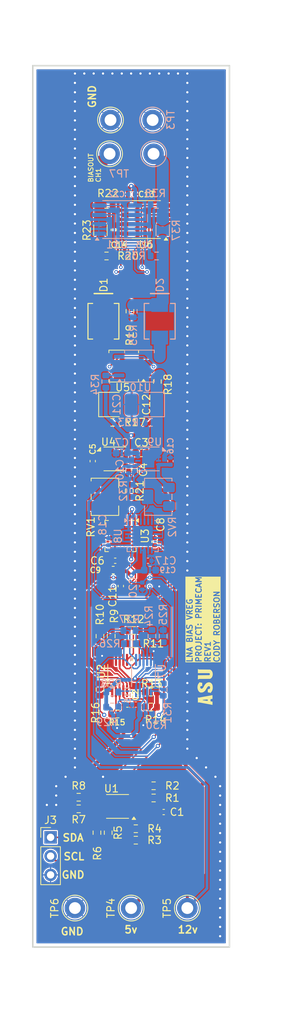
<source format=kicad_pcb>
(kicad_pcb (version 20241229) (generator "pcbnew") (generator_version "9.0")
  (title_block (title "primecamLNAViasPotVreg") (date "2025-04-03") (rev "1") (company "Arizona State University"))
  (layers (0 "F.Cu" signal) (4 "In1.Cu" signal) (6 "In2.Cu" signal) (2 "B.Cu" signal) (13 "F.Paste" user) (15 "B.Paste" user) (5 "F.SilkS" user "F.Silkscreen") (7 "B.SilkS" user "B.Silkscreen") (1 "F.Mask" user) (3 "B.Mask" user) (25 "Edge.Cuts" user))
  (net 0 "")
  (net 1 "GND")
  (net 2 "5V")
  (net 3 "12V")
  (net 4 "/BiasCircuit/SDA1")
  (net 5 "/BiasCircuit/SCL1")
  (net 6 "Net-(C12-Pad1)")
  (net 7 "Net-(U6-IN+)")
  (net 8 "Net-(U6-IN-)")
  (net 9 "Net-(D1-A)")
  (net 10 "Net-(D1-K)")
  (net 11 "Net-(U1-ADD)")
  (net 12 "SCL_LTC0")
  (net 13 "SDA_LTC0")
  (net 14 "/SDA_BiasCircuit")
  (net 15 "/SCL_BiasCircuit")
  (net 16 "Net-(U1-GPIO2)")
  (net 17 "Net-(U1-GPIO1)")
  (net 18 "Net-(U2-ADD)")
  (net 19 "Net-(U2-GPIO2)")
  (net 20 "/BiasCircuit/GPIO1")
  (net 21 "Net-(R18-Pad1)")
  (net 22 "/BIAS_OUT_CH1")
  (net 23 "Net-(U3-A3)")
  (net 24 "Net-(U3-A4)")
  (net 25 "Net-(U3-A2)")
  (net 26 "Net-(U3-A1)")
  (net 28 "Net-(U4-SET)")
  (net 29 "Net-(U9-SET)")
  (net 30 "Net-(C21-Pad1)")
  (net 31 "Net-(U11-IN+)")
  (net 32 "Net-(U11-IN-)")
  (net 33 "Net-(D2-A)")
  (net 34 "Net-(D2-K)")
  (net 35 "Net-(U7-ADD)")
  (net 36 "Net-(U7-GPIO2)")
  (net 37 "/BiasCircuit1/GPIO1")
  (net 38 "Net-(U8-A1)")
  (net 39 "Net-(R34-Pad1)")
  (net 40 "Net-(U8-A2)")
  (net 41 "Net-(U8-A3)")
  (net 42 "Net-(U8-A4)")
  (net 44 "/BiasCircuit1/SDA2")
  (net 45 "/BiasCircuit1/SCL2")
  (net 46 "/BIAS_OUT_CH2")
  (footprint "Resistor_SMD:R_0603_1608Metric" (layer "F.Cu") (at 0.34748 -37.593)
    (property "Reference" "R12")
    (property "Value" "10K")
  )
  (footprint "Resistor_SMD:R_0603_1608Metric" (layer "F.Cu") (at 3.048 -16.5618)
    (property "Reference" "R2")
    (property "Value" "137")
  )
  (footprint "Potentiometer_SMD:Potentiometer_Bourns_3224W_Vertical" (layer "F.Cu") (at -3.556 -55.7015 90)
    (property "Reference" "RV1")
    (property "Value" "POT_40k")
  )
  (footprint "Capacitor_SMD:C_0402_1005Metric" (layer "F.Cu") (at 3.175 -49.6175 -90)
    (property "Reference" "C8")
    (property "Value" "10p")
  )
  (footprint "Connector_PinHeader_2.54mm:PinHeader_1x03_P2.54mm_Vertical" (layer "F.Cu") (at -10.922 -9.5768)
    (property "Reference" "J3")
    (property "Value" "Conn_01x03")
  )
  (footprint "Resistor_SMD:R_0603_1608Metric" (layer "F.Cu") (at -4.635 -10.2118 90)
    (property "Reference" "R6")
    (property "Value" "5.1K")
  )
  (footprint "Resistor_SMD:R_0603_1608Metric" (layer "F.Cu") (at -7.112 -13.4376)
    (property "Reference" "R7")
    (property "Value" "10K")
  )
  (footprint "Package_SO:SOP-4_3.8x4.1mm_P2.54mm" (layer "F.Cu") (at -1.00552 -73.407 180)
    (property "Reference" "U5")
    (property "Value" "AQY212G3HS")
  )
  (footprint "Resistor_SMD:R_0603_1608Metric" (layer "F.Cu") (at -0.16052 -80.837 -90)
    (property "Reference" "R19")
    (property "Value" "1k")
  )
  (footprint "Resistor_SMD:R_0603_1608Metric" (layer "F.Cu") (at 0.635 -10.7452 180)
    (property "Reference" "R4")
    (property "Value" "10K")
  )
  (footprint "Resistor_SMD:R_0603_1608Metric" (layer "F.Cu") (at -4.22452 -36.832 90)
    (property "Reference" "R10")
    (property "Value" "2150")
  )
  (footprint "Resistor_SMD:R_0603_1608Metric" (layer "F.Cu") (at -0.254 -56.5028 -90)
    (property "Reference" "R21")
    (property "Value" "10")
  )
  (footprint "Resistor_SMD:R_0603_1608Metric" (layer "F.Cu") (at -3.33752 -88.3168 180)
    (property "Reference" "R20")
    (property "Value" "10")
  )
  (footprint "Capacitor_SMD:C_0402_1005Metric" (layer "F.Cu") (at -5.207 -60.5316 90)
    (property "Reference" "C5")
    (property "Value" "4.7u")
  )
  (footprint "Resistor_SMD:R_0603_1608Metric" (layer "F.Cu") (at 3.556 -71.312 -90)
    (property "Reference" "R18")
    (property "Value" "3k65")
  )
  (footprint "Resistor_SMD:R_0603_1608Metric" (layer "F.Cu") (at -3.33752 -95.3018 180)
    (property "Reference" "R22")
    (property "Value" "10")
  )
  (footprint "Resistor_SMD:R_0603_1608Metric" (layer "F.Cu") (at -2.70052 -36.832 -90)
    (property "Reference" "R9")
    (property "Value" "1370")
  )
  (footprint "Capacitor_SMD:C_0603_1608Metric" (layer "F.Cu") (at -2.43512 -45.7718 180)
    (property "Reference" "C9")
    (property "Value" "10u")
  )
  (footprint "Capacitor_SMD:C_0402_1005Metric" (layer "F.Cu") (at 0.47448 -59.3608 -90)
    (property "Reference" "C4")
    (property "Value" "0.1u")
  )
  (footprint "Capacitor_SMD:C_0402_1005Metric" (layer "F.Cu") (at 4.417 -13.0058 180)
    (property "Reference" "C1")
    (property "Value" "10nF")
  )
  (footprint "Capacitor_SMD:C_0402_1005Metric" (layer "F.Cu") (at -1.397 -43.6128 90)
    (property "Reference" "C11")
    (property "Value" "10p")
  )
  (footprint "Capacitor_SMD:C_0402_1005Metric" (layer "F.Cu") (at -0.51352 -27.56 180)
    (property "Reference" "C2")
    (property "Value" "10nF")
  )
  (footprint "Resistor_SMD:R_0603_1608Metric" (layer "F.Cu") (at 0.28348 -35.815)
    (property "Reference" "R11")
    (property "Value" "10K")
  )
  (footprint "Package_SO:SOIC-8_3.9x4.9mm_P1.27mm" (layer "F.Cu") (at 2.029 -93.2513 180)
    (property "Reference" "U6")
    (property "Value" "INA219AxD")
  )
  (footprint "Resistor_SMD:R_0603_1608Metric" (layer "F.Cu") (at 0.635 -9.1958 180)
    (property "Reference" "R3")
    (property "Value" "10K")
  )
  (footprint "Package_CSP:LFCSP-24-1EP_4x4mm_P0.5mm_EP2.3x2.3mm" (layer "F.Cu") (at -1.44252 -50.3875 -90)
    (property "Reference" "U3")
    (property "Value" "AD5144_100k")
  )
  (footprint "EricWeeksFootprints:ASU_logo_1" (layer "F.Cu") (at 10.033 -28.6268 90)
    (property "Reference" "G***1" (hide yes))
    (property "Value" "LOGO" (hide yes))
  )
  (footprint "TestPoint:TestPoint_Keystone_5005-5009_Compact" (layer "F.Cu") (at -2.921 -102.1598 90)
    (property "Reference" "TP2" (hide yes))
    (property "Value" "TestPoint")
  )
  (footprint "Resistor_SMD:R_0603_1608Metric" (layer "F.Cu") (at 3.048 -14.9108 180)
    (property "Reference" "R1")
    (property "Value" "2800")
  )
  (footprint "Capacitor_SMD:C_0402_1005Metric" (layer "F.Cu") (at -2.351 -91.8543 -90)
    (property "Reference" "C14")
    (property "Value" "0.1u")
  )
  (footprint "Package_DFN_QFN:DFN-8-1EP_3x3mm_P0.5mm_EP1.66x2.38mm" (layer "F.Cu") (at -2.19252 -60.834)
    (property "Reference" "U4")
    (property "Value" "LT3080xDD")
  )
  (footprint "Resistor_SMD:R_0603_1608Metric" (layer "F.Cu") (at -3.111 -10.2118 90)
    (property "Reference" "R5")
    (property "Value" "5.1K")
  )
  (footprint "Resistor_SMD:R_0603_1608Metric" (layer "F.Cu") (at -1.87452 -26.29 180)
    (property "Reference" "R15")
    (property "Value" "10K")
  )
  (footprint "Package_SO:MSOP-10_3x3mm_P0.5mm" (layer "F.Cu") (at -1.841 -13.7678 180)
    (property "Reference" "U1")
    (property "Value" "LTC4302-1")
  )
  (footprint "TestPoint:TestPoint_Keystone_5005-5009_Compact" (layer "F.Cu") (at 0 0 90)
    (property "Reference" "TP4")
    (property "Value" "TestPoint")
  )
  (footprint "TestPoint:TestPoint_Keystone_5005-5009_Compact" (layer "F.Cu") (at -7.62 0 90)
    (property "Reference" "TP6")
    (property "Value" "TestPoint")
  )
  (footprint "primecamLNABiasPotVreg:Cap_b_1411" (layer "F.Cu") (at -1.60832 -68.2)
    (property "Reference" "C12")
    (property "Value" "10u")
  )
  (footprint "TestPoint:TestPoint_Keystone_5005-5009_Compact" (layer "F.Cu") (at -2.794 -106.7318)
    (property "Reference" "TP1" (hide yes))
    (property "Value" "TestPoint")
  )
  (footprint "Capacitor_SMD:C_0402_1005Metric" (layer "F.Cu") (at -2.159 -47.0418)
    (property "Reference" "C6")
    (property "Value" "0.1u")
  )
  (footprint "primecamLNABiasPotVreg:DO-214BA_MCH" (layer "F.Cu") (at -3.75552 -79.4776 -90)
    (property "Reference" "D1")
    (property "Value" "D_Schottky")
  )
  (footprint "Resistor_SMD:R_1206_3216Metric" (layer "F.Cu") (at -4.16252 -91.8073 90)
    (property "Reference" "R23")
    (property "Value" "1")
  )
  (footprint "TestPoint:TestPoint_Keystone_5005-5009_Compact" (layer "F.Cu") (at 7.62 0 90)
    (property "Reference" "TP5")
    (property "Value" "TestPoint")
  )
  (footprint "Resistor_SMD:R_0603_1608Metric" (layer "F.Cu") (at -7.112 -15.0124)
    (property "Reference" "R8")
    (property "Value" "10K")
  )
  (footprint "Resistor_SMD:R_0603_1608Metric" (layer "F.Cu") (at 2.67208 -27.2298 180)
    (property "Reference" "R14")
    (property "Value" "5.1K")
  )
  (footprint "Resistor_SMD:R_0603_1608Metric" (layer "F.Cu") (at -2.52952 -65.787)
    (property "Reference" "R17")
    (property "Value" "200")
  )
  (footprint "Resistor_SMD:R_0603_1608Metric" (layer "F.Cu") (at -4.22452 -29.592 -90)
    (property "Reference" "R16")
    (property "Value" "10K")
  )
  (footprint "Package_SO:MSOP-10_3x3mm_P0.5mm" (layer "F.Cu") (at -1.55752 -31.498 -90)
    (property "Reference" "U2")
    (property "Value" "LTC4302-1")
  )
  (footprint "Resistor_SMD:R_0603_1608Metric" (layer "F.Cu") (at 2.67208 -29.2618 180)
    (property "Reference" "R13")
    (property "Value" "5.1K")
  )
  (footprint "Capacitor_SMD:C_0402_1005Metric" (layer "F.Cu") (at 0.034 -96.6803)
    (property "Reference" "C13")
    (property "Value" "0.1u")
  )
  (footprint "Capacitor_SMD:C_0603_1608Metric" (layer "F.Cu") (at 1.384 -61.6468)
    (property "Reference" "C3")
    (property "Value" "10u")
  )
  (footprint "Resistor_SMD:R_0603_1608Metric" (layer "B.Cu") (at 3.4564 -95.3008)
    (property "Reference" "R38")
    (property "Value" "10")
  )
  (footprint "primecamLNABiasPotVreg:DO-214BA_MCH" (layer "B.Cu") (at 3.8744 -79.4766 -90)
    (property "Reference" "D2")
    (property "Value" "D_Schottky")
  )
  (footprint "Resistor_SMD:R_0603_1608Metric" (layer "B.Cu") (at 4.3434 -29.590999 -90)
    (property "Reference" "R31")
    (property "Value" "10K")
  )
  (footprint "Resistor_SMD:R_1206_3216Metric" (layer "B.Cu") (at 4.2814 -91.8063 90)
    (property "Reference" "R37")
    (property "Value" "1")
  )
  (footprint "Resistor_SMD:R_0603_1608Metric" (layer "B.Cu") (at 0.372881 -56.5018 -90)
    (property "Reference" "R32")
    (property "Value" "10")
  )
  (footprint "Resistor_SMD:R_0603_1608Metric" (layer "B.Cu") (at -3.437119 -71.311 -90)
    (property "Reference" "R34")
    (property "Value" "3k65")
  )
  (footprint "Package_DFN_QFN:DFN-8-1EP_3x3mm_P0.5mm_EP1.66x2.38mm" (layer "B.Cu") (at 2.3114 -60.833 180)
    (property "Reference" "U9")
    (property "Value" "LT3080xDD")
  )
  (footprint "Resistor_SMD:R_0603_1608Metric" (layer "B.Cu") (at -0.228599 -37.592 180)
    (property "Reference" "R27")
    (property "Value" "10K")
  )
  (footprint "Resistor_SMD:R_0603_1608Metric" (layer "B.Cu") (at 1.9934 -26.289)
    (property "Reference" "R30")
    (property "Value" "10K")
  )
  (footprint "Package_SO:SOP-4_3.8x4.1mm_P2.54mm" (layer "B.Cu") (at 1.124401 -73.406)
    (property "Reference" "U10")
    (property "Value" "AQY212G3HS")
  )
  (footprint "Resistor_SMD:R_0603_1608Metric" (layer "B.Cu") (at -2.5532 -27.2288)
    (property "Reference" "R29")
    (property "Value" "5.1K")
  )
  (footprint "TestPoint:TestPoint_Keystone_5005-5009_Compact" (layer "B.Cu") (at 2.91288 -106.7308 180)
    (property "Reference" "TP3")
    (property "Value" "TestPoint")
  )
  (footprint "Package_SO:MSOP-10_3x3mm_P0.5mm" (layer "B.Cu") (at 1.676401 -31.497 -90)
    (property "Reference" "U7")
    (property "Value" "LTC4302-1")
  )
  (footprint "Resistor_SMD:R_0603_1608Metric" (layer "B.Cu") (at 0.279401 -80.836 -90)
    (property "Reference" "R35")
    (property "Value" "1k")
  )
  (footprint "Resistor_SMD:R_0603_1608Metric" (layer "B.Cu") (at 3.4564 -88.3158)
    (property "Reference" "R36")
    (property "Value" "10")
  )
  (footprint "Capacitor_SMD:C_0402_1005Metric" (layer "B.Cu") (at -3.056119 -49.6165 -90)
    (property "Reference" "C18")
    (property "Value" "10p")
  )
  (footprint "Capacitor_SMD:C_0603_1608Metric" (layer "B.Cu") (at -1.265119 -61.6458 180)
    (property "Reference" "C7")
    (property "Value" "10u")
  )
  (footprint "Package_SO:SOIC-8_3.9x4.9mm_P1.27mm" (layer "B.Cu") (at -1.910119 -93.2503)
    (property "Reference" "U11")
    (property "Value" "INA219AxD")
  )
  (footprint "Capacitor_SMD:C_0402_1005Metric" (layer "B.Cu") (at 0.632401 -27.559)
    (property "Reference" "C15")
    (property "Value" "10nF")
  )
  (footprint "Potentiometer_SMD:Potentiometer_Bourns_3224W_Vertical" (layer "B.Cu") (at 3.67488 -55.7005 90)
    (property "Reference" "RV2")
    (property "Value" "POT_40k")
  )
  (footprint "Capacitor_SMD:C_0603_1608Metric" (layer "B.Cu") (at 2.554 -45.7708)
    (property "Reference" "C19")
    (property "Value" "10u")
  )
  (footprint "Resistor_SMD:R_0603_1608Metric" (layer "B.Cu") (at 4.3434 -36.831 90)
    (property "Reference" "R25")
    (property "Value" "2150")
  )
  (footprint "Resistor_SMD:R_0603_1608Metric" (layer "B.Cu") (at -0.164599 -35.814 180)
    (property "Reference" "R26")
    (property "Value" "10K")
  )
  (footprint "Capacitor_SMD:C_0402_1005Metric" (layer "B.Cu") (at 2.46988 -91.8533 -90)
    (property "Reference" "C23")
    (property "Value" "0.1u")
  )
  (footprint "Capacitor_SMD:C_0402_1005Metric" (layer "B.Cu") (at -0.355599 -59.3598 -90)
    (property "Reference" "C10")
    (property "Value" "0.1u")
  )
  (footprint "Capacitor_SMD:C_0402_1005Metric" (layer "B.Cu") (at 0.084881 -96.6793 180)
    (property "Reference" "C22")
    (property "Value" "0.1u")
  )
  (footprint "Resistor_SMD:R_0603_1608Metric" (layer "B.Cu") (at -2.5532 -29.2608)
    (property "Reference" "R28")
    (property "Value" "5.1K")
  )
  (footprint "primecamLNABiasPotVreg:Cap_b_1411" (layer "B.Cu") (at 1.727201 -68.199 180)
    (property "Reference" "C21")
    (property "Value" "10u")
  )
  (footprint "Package_CSP:LFCSP-24-1EP_4x4mm_P0.5mm_EP2.3x2.3mm" (layer "B.Cu") (at 1.561401 -50.3865 -90)
    (property "Reference" "U8")
    (property "Value" "AD5144_100k")
  )
  (footprint "Capacitor_SMD:C_0402_1005Metric" (layer "B.Cu") (at 5.32588 -60.5306 90)
    (property "Reference" "C16")
    (property "Value" "4.7u")
  )
  (footprint "Capacitor_SMD:C_0402_1005Metric" (layer "B.Cu") (at 2.27788 -47.0408 180)
    (property "Reference" "C17")
    (property "Value" "0.1u")
  )
  (footprint "Capacitor_SMD:C_0402_1005Metric" (layer "B.Cu") (at 1.515881 -43.6118 90)
    (property "Reference" "C20")
    (property "Value" "10p")
  )
  (footprint "TestPoint:TestPoint_Keystone_5005-5009_Compact" (layer "B.Cu") (at 3.03988 -102.1588 90)
    (property "Reference" "TP7")
    (property "Value" "TestPoint")
  )
  (footprint "Resistor_SMD:R_0603_1608Metric" (layer "B.Cu") (at 2.6484 -65.786 180)
    (property "Reference" "R33")
    (property "Value" "200")
  )
  (footprint "Resistor_SMD:R_0603_1608Metric" (layer "B.Cu") (at 2.8194 -36.831 -90)
    (property "Reference" "R24")
    (property "Value" "1370")
  )
  (gr_rect (start -13.335 -114.0978) (end 13.335 5.2822) (stroke (width 0.2)) (fill no) (layer "Edge.Cuts"))
  (gr_text "SCL" (at -9.271 -6.4018 0) (layer "F.SilkS") (effects (font (size 1 1) (thickness 0.2) (bold yes)) (justify left bottom)))
  (gr_text "SDA" (at -9.398 -8.9418 0) (layer "F.SilkS") (effects (font (size 1 1) (thickness 0.2) (bold yes)) (justify left bottom)))
  (gr_text "BIASOUT\nCH1" (at -4.064 -98.2228 90) (layer "F.SilkS") (effects (font (size 0.635 0.635) (thickness 0.127) (bold yes)) (justify left bottom)))
  (gr_text "GND\n" (at -4.699 -108.2558 90) (layer "F.SilkS") (effects (font (size 1 1) (thickness 0.2) (bold yes)) (justify left bottom)))
  (gr_text "12v" (at 6.223 3.5042 0) (layer "F.SilkS") (effects (font (size 1 1) (thickness 0.2) (bold yes)) (justify left bottom)))
  (gr_text "GND" (at -9.652 3.7582 0) (layer "F.SilkS") (effects (font (size 1 1) (thickness 0.2) (bold yes)) (justify left bottom)))
  (gr_text "LNA BIAS VREG\nPROJECT: PRIMECAM\nREV1\nCODY ROBERSON" (at 12.065 -33.1988 90) (layer "F.SilkS" knockout) (effects (font (size 0.762 0.762) (thickness 0.1524) (bold yes)) (justify left bottom)))
  (gr_text "GND" (at -9.525 -4.4968 0) (layer "F.SilkS") (effects (font (size 1 1) (thickness 0.2) (bold yes)) (justify left)))
  (gr_text "5v" (at -1.016 3.5042 0) (layer "F.SilkS") (effects (font (size 1 1) (thickness 0.2) (bold yes)) (justify left bottom)))
  (segment (start -0.19252 -52.325) (end -0.19252 -51.887501) (width 0.2) (layer "F.Cu") (net 1))
  (segment (start 0.49498 -50.6375) (end -1.19252 -50.6375) (width 0.2) (layer "F.Cu") (net 1))
  (segment (start -1.44252 -50.637501) (end -1.44252 -50.3875) (width 0.2) (layer "F.Cu") (net 1))
  (segment (start -1.19252 -50.1375) (end -1.44252 -50.3875) (width 0.2) (layer "F.Cu") (net 1))
  (segment (start -2.19252 -51.1375) (end -2.09641 -51.04139) (width 0.2) (layer "F.Cu") (net 1))
  (segment (start -2.19252 -49.6375) (end -1.44252 -50.3875) (width 0.2) (layer "F.Cu") (net 1))
  (segment (start -3.38002 -51.1375) (end -2.19252 -51.1375) (width 0.2) (layer "F.Cu") (net 1))
  (segment (start 0.49498 -50.1375) (end -1.19252 -50.1375) (width 0.2) (layer "F.Cu") (net 1))
  (segment (start -1.19252 -50.6375) (end -1.44252 -50.3875) (width 0.2) (layer "F.Cu") (net 1))
  (segment (start -2.19252 -48.45) (end -2.19252 -49.6375) (width 0.2) (layer "F.Cu") (net 1))
  (segment (start -0.19252 -51.887501) (end -1.44252 -50.637501) (width 0.2) (layer "F.Cu") (net 1))
  (segment (start -2.09641 -51.04139) (end -1.44252 -50.3875) (width 0.2) (layer "F.Cu") (net 1))
  (via (at -3.81 -17.78) (size 0.6) (drill 0.3) (layers "F.Cu" "B.Cu") (net 1))
  (via (at 7.62 -57.15) (size 0.6) (drill 0.3) (layers "F.Cu" "B.Cu") (net 1))
  (via (at -7.62 -58.42) (size 0.6) (drill 0.3) (layers "F.Cu" "B.Cu") (net 1))
  (via (at 7.62 -88.9) (size 0.6) (drill 0.3) (layers "F.Cu" "B.Cu") (net 1))
  (via (at -7.62 -67.31) (size 0.6) (drill 0.3) (layers "F.Cu" "B.Cu") (net 1))
  (via (at -7.62 -62.23) (size 0.6) (drill 0.3) (layers "F.Cu" "B.Cu") (net 1))
  (via (at 7.62 -76.2) (size 0.6) (drill 0.3) (layers "F.Cu" "B.Cu") (net 1))
  (via (at -7.62 -31.75) (size 0.6) (drill 0.3) (layers "F.Cu" "B.Cu") (net 1))
  (via (at 7.62 -107.95) (size 0.6) (drill 0.3) (layers "F.Cu" "B.Cu") (net 1))
  (via (at -7.62 -38.1) (size 0.6) (drill 0.3) (layers "F.Cu" "B.Cu") (net 1))
  (via (at 8.89 -20.32) (size 0.6) (drill 0.3) (layers "F.Cu" "B.Cu") (net 1))
  (via (at -1.905 -24.384) (size 0.508) (drill 0.254) (layers "F.Cu" "B.Cu") (net 1))
  (via (at -7.62 -30.48) (size 0.6) (drill 0.3) (layers "F.Cu" "B.Cu") (net 1))
  (via (at 7.62 -58.42) (size 0.6) (drill 0.3) (layers "F.Cu" "B.Cu") (net 1))
  (via (at -7.62 -20.32) (size 0.6) (drill 0.3) (layers "F.Cu" "B.Cu") (net 1))
  (via (at -7.62 -34.29) (size 0.6) (drill 0.3) (layers "F.Cu" "B.Cu") (net 1))
  (via (at -7.62 -66.04) (size 0.6) (drill 0.3) (layers "F.Cu" "B.Cu") (net 1))
  (via (at -7.62 -52.07) (size 0.6) (drill 0.3) (layers "F.Cu" "B.Cu") (net 1))
  (via (at -7.62 -97.79) (size 0.6) (drill 0.3) (layers "F.Cu" "B.Cu") (net 1))
  (via (at 12.065 -15.24) (size 0.6) (drill 0.3) (layers "F.Cu" "B.Cu") (net 1))
  (via (at -7.62 -48.26) (size 0.6) (drill 0.3) (layers "F.Cu" "B.Cu") (net 1))
  (via (at 7.62 -92.71) (size 0.6) (drill 0.3) (layers "F.Cu" "B.Cu") (net 1))
  (via (at -7.62 -101.6) (size 0.6) (drill 0.3) (layers "F.Cu" "B.Cu") (net 1))
  (via (at 7.62 -78.74) (size 0.6) (drill 0.3) (layers "F.Cu" "B.Cu") (net 1))
  (via (at 7.62 -105.41) (size 0.6) (drill 0.3) (layers "F.Cu" "B.Cu") (net 1))
  (via (at 7.62 -91.44) (size 0.6) (drill 0.3) (layers "F.Cu" "B.Cu") (net 1))
  (via (at -7.62 -88.9) (size 0.6) (drill 0.3) (layers "F.Cu" "B.Cu") (net 1))
  (via (at 0 -113.03) (size 0.6) (drill 0.3) (layers "F.Cu" "B.Cu") (net 1))
  (via (at 7.62 -22.86) (size 0.6) (drill 0.3) (layers "F.Cu" "B.Cu") (net 1))
  (via (at 3.81 -43.561) (size 0.508) (drill 0.254) (layers "F.Cu" "B.Cu") (net 1))
  (via (at 7.62 -73.66) (size 0.6) (drill 0.3) (layers "F.Cu" "B.Cu") (net 1))
  (via (at 7.62 -85.09) (size 0.6) (drill 0.3) (layers "F.Cu" "B.Cu") (net 1))
  (via (at -7.62 -43.18) (size 0.6) (drill 0.3) (layers "F.Cu" "B.Cu") (net 1))
  (via (at 7.62 -106.68) (size 0.6) (drill 0.3) (layers "F.Cu" "B.Cu") (net 1))
  (via (at 12.065 -8.89) (size 0.6) (drill 0.3) (layers "F.Cu" "B.Cu") (net 1))
  (via (at -7.62 -46.99) (size 0.6) (drill 0.3) (layers "F.Cu" "B.Cu") (net 1))
  (via (at -7.62 -25.4) (size 0.6) (drill 0.3) (layers "F.Cu" "B.Cu") (net 1))
  (via (at -7.62 -106.68) (size 0.6) (drill 0.3) (layers "F.Cu" "B.Cu") (net 1))
  (via (at -7.62 -59.69) (size 0.6) (drill 0.3) (layers "F.Cu" "B.Cu") (net 1))
  (via (at 7.62 -113.03) (size 0.6) (drill 0.3) (layers "F.Cu" "B.Cu") (net 1))
  (via (at 7.62 -29.21) (size 0.6) (drill 0.3) (layers "F.Cu" "B.Cu") (net 1))
  (via (at 7.62 -90.17) (size 0.6) (drill 0.3) (layers "F.Cu" "B.Cu") (net 1))
  (via (at -7.62 -81.28) (size 0.6) (drill 0.3) (layers "F.Cu" "B.Cu") (net 1))
  (via (at 12.065 3.81) (size 0.6) (drill 0.3) (layers "F.Cu" "B.Cu") (net 1))
  (via (at 1.27 -113.03) (size 0.6) (drill 0.3) (layers "F.Cu" "B.Cu") (net 1))
  (via (at -10.16 -13.97) (size 0.6) (drill 0.3) (layers "F.Cu" "B.Cu") (net 1))
  (via (at -7.62 -113.03) (size 0.6) (drill 0.3) (layers "F.Cu" "B.Cu") (net 1))
  (via (at 7.62 -62.23) (size 0.6) (drill 0.3) (layers "F.Cu" "B.Cu") (net 1))
  (via (at 3.048 -34.798) (size 0.508) (drill 0.254) (layers "F.Cu" "B.Cu") (net 1))
  (via (at 7.62 -69.85) (size 0.6) (drill 0.3) (layers "F.Cu" "B.Cu") (net 1))
  (via (at -1.27 -113.03) (size 0.6) (drill 0.3) (layers "F.Cu" "B.Cu") (net 1))
  (via (at -7.62 -102.87) (size 0.6) (drill 0.3) (layers "F.Cu" "B.Cu") (net 1))
  (via (at 7.62 -87.63) (size 0.6) (drill 0.3) (layers "F.Cu" "B.Cu") (net 1))
  (via (at 3.81 -113.03) (size 0.6) (drill 0.3) (layers "F.Cu" "B.Cu") (net 1))
  (via (at -7.62 -76.2) (size 0.6) (drill 0.3) (layers "F.Cu" "B.Cu") (net 1))
  (via (at 7.62 -110.49) (size 0.6) (drill 0.3) (layers "F.Cu" "B.Cu") (net 1))
  (via (at -7.62 -45.72) (size 0.6) (drill 0.3) (layers "F.Cu" "B.Cu") (net 1))
  (via (at 7.62 -25.4) (size 0.6) (drill 0.3) (layers "F.Cu" "B.Cu") (net 1))
  (via (at -7.62 -49.53) (size 0.6) (drill 0.3) (layers "F.Cu" "B.Cu") (net 1))
  (via (at 2.54 -113.03) (size 0.6) (drill 0.3) (layers "F.Cu" "B.Cu") (net 1))
  (via (at -3.937 -34.163) (size 0.508) (drill 0.254) (layers "F.Cu" "B.Cu") (net 1))
  (via (at -7.62 -90.17) (size 0.6) (drill 0.3) (layers "F.Cu" "B.Cu") (net 1))
  (via (at 7.62 -82.55) (size 0.6) (drill 0.3) (layers "F.Cu" "B.Cu") (net 1))
  (via (at 7.62 -50.8) (size 0.6) (drill 0.3) (layers "F.Cu" "B.Cu") (net 1))
  (via (at 7.62 -48.26) (size 0.6) (drill 0.3) (layers "F.Cu" "B.Cu") (net 1))
  (via (at 7.62 -77.47) (size 0.6) (drill 0.3) (layers "F.Cu" "B.Cu") (net 1))
  (via (at 7.62 -101.6) (size 0.6) (drill 0.3) (layers "F.Cu" "B.Cu") (net 1))
  (via (at -11.43 -13.97) (size 0.6) (drill 0.3) (layers "F.Cu" "B.Cu") (net 1))
  (via (at 7.62 -31.75) (size 0.6) (drill 0.3) (layers "F.Cu" "B.Cu") (net 1))
  (via (at 7.62 -52.07) (size 0.6) (drill 0.3) (layers "F.Cu" "B.Cu") (net 1))
  (via (at -7.62 -72.39) (size 0.6) (drill 0.3) (layers "F.Cu" "B.Cu") (net 1))
  (via (at 12.065 -3.81) (size 0.6) (drill 0.3) (layers "F.Cu" "B.Cu") (net 1))
  (via (at -7.62 -93.98) (size 0.6) (drill 0.3) (layers "F.Cu" "B.Cu") (net 1))
  (via (at -7.62 -19.05) (size 0.6) (drill 0.3) (layers "F.Cu" "B.Cu") (net 1))
  (via (at 12.065 -10.16) (size 0.6) (drill 0.3) (layers "F.Cu" "B.Cu") (net 1))
  (via (at -7.62 -78.74) (size 0.6) (drill 0.3) (layers "F.Cu" "B.Cu") (net 1))
  (via (at -7.62 -54.61) (size 0.6) (drill 0.3) (layers "F.Cu" "B.Cu") (net 1))
  (via (at 7.62 -24.13) (size 0.6) (drill 0.3) (layers "F.Cu" "B.Cu") (net 1))
  (via (at -7.62 -33.02) (size 0.6) (drill 0.3) (layers "F.Cu" "B.Cu") (net 1))
  (via (at 7.62 -104.14) (size 0.6) (drill 0.3) (layers "F.Cu" "B.Cu") (net 1))
  (via (at -7.62 -29.21) (size 0.6) (drill 0.3) (layers "F.Cu" "B.Cu") (net 1))
  (via (at 12.065 -5.08) (size 0.6) (drill 0.3) (layers "F.Cu" "B.Cu") (net 1))
  (via (at -7.62 -110.49) (size 0.6) (drill 0.3) (layers "F.Cu" "B.Cu") (net 1))
  (via (at 12.065 0) (size 0.6) (drill 0.3) (layers "F.Cu" "B.Cu") (net 1))
  (via (at 7.62 -27.94) (size 0.6) (drill 0.3) (layers "F.Cu" "B.Cu") (net 1))
  (via (at -7.62 -91.44) (size 0.6) (drill 0.3) (layers "F.Cu" "B.Cu") (net 1))
  (via (at 12.065 -1.27) (size 0.6) (drill 0.3) (layers "F.Cu" "B.Cu") (net 1))
  (via (at 7.62 -64.77) (size 0.6) (drill 0.3) (layers "F.Cu" "B.Cu") (net 1))
  (via (at -10.16 -16.51) (size 0.6) (drill 0.3) (layers "F.Cu" "B.Cu") (net 1))
  (via (at -7.62 -64.77) (size 0.6) (drill 0.3) (layers "F.Cu" "B.Cu") (net 1))
  (via (at 7.62 -93.98) (size 0.6) (drill 0.3) (layers "F.Cu" "B.Cu") (net 1))
  (via (at 7.62 -80.01) (size 0.6) (drill 0.3) (layers "F.Cu" "B.Cu") (net 1))
  (via (at -7.62 -92.71) (size 0.6) (drill 0.3) (layers "F.Cu" "B.Cu") (net 1))
  (via (at -7.62 -39.37) (size 0.6) (drill 0.3) (layers "F.Cu" "B.Cu") (net 1))
  (via (at 7.62 -45.72) (size 0.6) (drill 0.3) (layers "F.Cu" "B.Cu") (net 1))
  (via (at -7.62 -85.09) (size 0.6) (drill 0.3) (layers "F.Cu" "B.Cu") (net 1))
  (via (at -7.62 -74.93) (size 0.6) (drill 0.3) (layers "F.Cu" "B.Cu") (net 1))
  (via (at 7.62 -66.04) (size 0.6) (drill 0.3) (layers "F.Cu" "B.Cu") (net 1))
  (via (at -3.81 -113.03) (size 0.6) (drill 0.3) (layers "F.Cu" "B.Cu") (net 1))
  (via (at 12.065 -16.51) (size 0.6) (drill 0.3) (layers "F.Cu" "B.Cu") (net 1))
  (via (at -7.62 -68.58) (size 0.6) (drill 0.3) (layers "F.Cu" "B.Cu") (net 1))
  (via (at 12.065 -2.54) (size 0.6) (drill 0.3) (layers "F.Cu" "B.Cu") (net 1))
  (via (at 7.62 -46.99) (size 0.6) (drill 0.3) (layers "F.Cu" "B.Cu") (net 1))
  (via (at -7.62 -104.14) (size 0.6) (drill 0.3) (layers "F.Cu" "B.Cu") (net 1))
  (via (at 7.62 -99.06) (size 0.6) (drill 0.3) (layers "F.Cu" "B.Cu") (net 1))
  (via (at -7.62 -50.8) (size 0.6) (drill 0.3) (layers "F.Cu" "B.Cu") (net 1))
  (via (at -7.62 -69.85) (size 0.6) (drill 0.3) (layers "F.Cu" "B.Cu") (net 1))
  (via (at -7.62 -55.88) (size 0.6) (drill 0.3) (layers "F.Cu" "B.Cu") (net 1))
  (via (at -7.62 -35.56) (size 0.6) (drill 0.3) (layers "F.Cu" "B.Cu") (net 1))
  (via (at -7.62 -53.34) (size 0.6) (drill 0.3) (layers "F.Cu" "B.Cu") (net 1))
  (via (at 7.62 -111.76) (size 0.6) (drill 0.3) (layers "F.Cu" "B.Cu") (net 1))
  (via (at 7.62 -60.96) (size 0.6) (drill 0.3) (layers "F.Cu" "B.Cu") (net 1))
  (via (at -7.62 -60.96) (size 0.6) (drill 0.3) (layers "F.Cu" "B.Cu") (net 1))
  (via (at 12.065 -13.97) (size 0.6) (drill 0.3) (layers "F.Cu" "B.Cu") (net 1))
  (via (at 7.62 -30.48) (size 0.6) (drill 0.3) (layers "F.Cu" "B.Cu") (net 1))
  (via (at 7.62 -95.25) (size 0.6) (drill 0.3) (layers "F.Cu" "B.Cu") (net 1))
  (via (at -7.62 -26.67) (size 0.6) (drill 0.3) (layers "F.Cu" "B.Cu") (net 1))
  (via (at -7.62 -40.64) (size 0.6) (drill 0.3) (layers "F.Cu" "B.Cu") (net 1))
  (via (at -6.35 -113.03) (size 0.6) (drill 0.3) (layers "F.Cu" "B.Cu") (net 1))
  (via (at -7.62 -57.15) (size 0.6) (drill 0.3) (layers "F.Cu" "B.Cu") (net 1))
  (via (at -7.62 -36.83) (size 0.6) (drill 0.3) (layers "F.Cu" "B.Cu") (net 1))
  (via (at 7.62 -97.79) (size 0.6) (drill 0.3) (layers "F.Cu" "B.Cu") (net 1))
  (via (at 7.62 -86.36) (size 0.6) (drill 0.3) (layers "F.Cu" "B.Cu") (net 1))
  (via (at -7.62 -27.94) (size 0.6) (drill 0.3) (layers "F.Cu" "B.Cu") (net 1))
  (via (at -7.62 -71.12) (size 0.6) (drill 0.3) (layers "F.Cu" "B.Cu") (net 1))
  (via (at -7.62 -99.06) (size 0.6) (drill 0.3) (layers "F.Cu" "B.Cu") (net 1))
  (via (at 7.62 -102.87) (size 0.6) (drill 0.3) (layers "F.Cu" "B.Cu") (net 1))
  (via (at 7.62 -100.33) (size 0.6) (drill 0.3) (layers "F.Cu" "B.Cu") (net 1))
  (via (at -7.62 -44.45) (size 0.6) (drill 0.3) (layers "F.Cu" "B.Cu") (net 1))
  (via (at -7.62 -96.52) (size 0.6) (drill 0.3) (layers "F.Cu" "B.Cu") (net 1))
  (via (at -7.62 -100.33) (size 0.6) (drill 0.3) (layers "F.Cu" "B.Cu") (net 1))
  (via (at -7.62 -86.36) (size 0.6) (drill 0.3) (layers "F.Cu" "B.Cu") (net 1))
  (via (at -7.62 -22.86) (size 0.6) (drill 0.3) (layers "F.Cu" "B.Cu") (net 1))
  (via (at -7.62 -73.66) (size 0.6) (drill 0.3) (layers "F.Cu" "B.Cu") (net 1))
  (via (at 7.62 -55.88) (size 0.6) (drill 0.3) (layers "F.Cu" "B.Cu") (net 1))
  (via (at 7.62 -26.67) (size 0.6) (drill 0.3) (layers "F.Cu" "B.Cu") (net 1))
  (via (at -5.08 -113.03) (size 0.6) (drill 0.3) (layers "F.Cu" "B.Cu") (net 1))
  (via (at 5.08 -113.03) (size 0.6) (drill 0.3) (layers "F.Cu" "B.Cu") (net 1))
  (via (at -7.62 -105.41) (size 0.6) (drill 0.3) (layers "F.Cu" "B.Cu") (net 1))
  (via (at 1.651 -24.765) (size 0.508) (drill 0.254) (layers "F.Cu" "B.Cu") (net 1))
  (via (at 7.62 -83.82) (size 0.6) (drill 0.3) (layers "F.Cu" "B.Cu") (net 1))
  (via (at -7.62 -111.76) (size 0.6) (drill 0.3) (layers "F.Cu" "B.Cu") (net 1))
  (via (at 12.065 -12.7) (size 0.6) (drill 0.3) (layers "F.Cu" "B.Cu") (net 1))
  (via (at 7.62 -109.22) (size 0.6) (drill 0.3) (layers "F.Cu" "B.Cu") (net 1))
  (via (at -7.62 -77.47) (size 0.6) (drill 0.3) (layers "F.Cu" "B.Cu") (net 1))
  (via (at 7.62 -74.93) (size 0.6) (drill 0.3) (layers "F.Cu" "B.Cu") (net 1))
  (via (at 7.62 -54.61) (size 0.6) (drill 0.3) (layers "F.Cu" "B.Cu") (net 1))
  (via (at -7.62 -63.5) (size 0.6) (drill 0.3) (layers "F.Cu" "B.Cu") (net 1))
  (via (at 12.065 -11.43) (size 0.6) (drill 0.3) (layers "F.Cu" "B.Cu") (net 1))
  (via (at 7.62 -63.5) (size 0.6) (drill 0.3) (layers "F.Cu" "B.Cu") (net 1))
  (via (at 7.62 -21.59) (size 0.6) (drill 0.3) (layers "F.Cu" "B.Cu") (net 1))
  (via (at 7.62 -59.69) (size 0.6) (drill 0.3) (layers "F.Cu" "B.Cu") (net 1))
  (via (at 7.62 -96.52) (size 0.6) (drill 0.3) (layers "F.Cu" "B.Cu") (net 1))
  (via (at -7.62 -107.95) (size 0.6) (drill 0.3) (layers "F.Cu" "B.Cu") (net 1))
  (via (at -7.62 -95.25) (size 0.6) (drill 0.3) (layers "F.Cu" "B.Cu") (net 1))
  (via (at 7.62 -81.28) (size 0.6) (drill 0.3) (layers "F.Cu" "B.Cu") (net 1))
  (via (at -7.62 -83.82) (size 0.6) (drill 0.3) (layers "F.Cu" "B.Cu") (net 1))
  (via (at 10.16 -19.05) (size 0.6) (drill 0.3) (layers "F.Cu" "B.Cu") (net 1))
  (via (at 7.62 -68.58) (size 0.6) (drill 0.3) (layers "F.Cu" "B.Cu") (net 1))
  (via (at 7.62 -53.34) (size 0.6) (drill 0.3) (layers "F.Cu" "B.Cu") (net 1))
  (via (at -7.62 -80.01) (size 0.6) (drill 0.3) (layers "F.Cu" "B.Cu") (net 1))
  (via (at 7.62 -67.31) (size 0.6) (drill 0.3) (layers "F.Cu" "B.Cu") (net 1))
  (via (at -7.62 -21.59) (size 0.6) (drill 0.3) (layers "F.Cu" "B.Cu") (net 1))
  (via (at 11.43 -17.78) (size 0.6) (drill 0.3) (layers "F.Cu" "B.Cu") (net 1))
  (via (at 12.065 -6.35) (size 0.6) (drill 0.3) (layers "F.Cu" "B.Cu") (net 1))
  (via (at 7.62 -72.39) (size 0.6) (drill 0.3) (layers "F.Cu" "B.Cu") (net 1))
  (via (at 12.065 -7.62) (size 0.6) (drill 0.3) (layers "F.Cu" "B.Cu") (net 1))
  (via (at -8.89 -17.78) (size 0.6) (drill 0.3) (layers "F.Cu" "B.Cu") (net 1))
  (via (at 7.62 -49.53) (size 0.6) (drill 0.3) (layers "F.Cu" "B.Cu") (net 1))
  (via (at 12.065 1.27) (size 0.6) (drill 0.3) (layers "F.Cu" "B.Cu") (net 1))
  (via (at -7.62 -41.91) (size 0.6) (drill 0.3) (layers "F.Cu" "B.Cu") (net 1))
  (via (at -2.54 -113.03) (size 0.6) (drill 0.3) (layers "F.Cu" "B.Cu") (net 1))
  (via (at 7.62 -71.12) (size 0.6) (drill 0.3) (layers "F.Cu" "B.Cu") (net 1))
  (via (at -10.16 -15.24) (size 0.6) (drill 0.3) (layers "F.Cu" "B.Cu") (net 1))
  (via (at -7.62 -82.55) (size 0.6) (drill 0.3) (layers "F.Cu" "B.Cu") (net 1))
  (via (at 12.065 2.54) (size 0.6) (drill 0.3) (layers "F.Cu" "B.Cu") (net 1))
  (via (at -7.62 -87.63) (size 0.6) (drill 0.3) (layers "F.Cu" "B.Cu") (net 1))
  (via (at 6.35 -113.03) (size 0.6) (drill 0.3) (layers "F.Cu" "B.Cu") (net 1))
  (via (at -7.62 -24.13) (size 0.6) (drill 0.3) (layers "F.Cu" "B.Cu") (net 1))
  (via (at -7.62 -109.22) (size 0.6) (drill 0.3) (layers "F.Cu" "B.Cu") (net 1))
  (segment (start 3.4989 -51.1365) (end 2.3114 -51.1365) (width 0.2) (layer "B.Cu") (net 1))
  (segment (start 1.3114 -50.6365) (end 1.5614 -50.3865) (width 0.2) (layer "B.Cu") (net 1))
  (segment (start 2.3114 -48.449) (end 2.3114 -49.6365) (width 0.2) (layer "B.Cu") (net 1))
  (segment (start -0.3761 -50.6365) (end 1.3114 -50.6365) (width 0.2) (layer "B.Cu") (net 1))
  (segment (start -0.3761 -50.1365) (end 1.3114 -50.1365) (width 0.2) (layer "B.Cu") (net 1))
  (segment (start 1.3114 -50.1365) (end 1.5614 -50.3865) (width 0.2) (layer "B.Cu") (net 1))
  (segment (start 0.3114 -51.886501) (end 1.5614 -50.636501) (width 0.2) (layer "B.Cu") (net 1))
  (segment (start 0.3114 -52.324) (end 0.3114 -51.886501) (width 0.2) (layer "B.Cu") (net 1))
  (segment (start 1.5614 -50.636501) (end 1.5614 -50.3865) (width 0.2) (layer "B.Cu") (net 1))
  (segment (start 2.3114 -49.6365) (end 1.5614 -50.3865) (width 0.2) (layer "B.Cu") (net 1))
  (segment (start 2.21529 -51.04039) (end 1.5614 -50.3865) (width 0.2) (layer "B.Cu") (net 1))
  (segment (start 2.3114 -51.1365) (end 2.21529 -51.04039) (width 0.2) (layer "B.Cu") (net 1))
  (segment (start 3.937 -13.0058) (end 3.7206 -13.0058) (width 0.508) (layer "F.Cu") (net 2))
  (segment (start 1.27 -51.1375) (end 0.49498 -51.1375) (width 0.2) (layer "F.Cu") (net 2))
  (segment (start 3.7206 -13.0058) (end 1.46 -10.7452) (width 0.508) (layer "F.Cu") (net 2))
  (segment (start 1.778 -23.2928) (end 0 -23.2928) (width 0.508) (layer "F.Cu") (net 2))
  (segment (start -0.446 -97.345) (end -0.446 -96.6803) (width 0.508) (layer "F.Cu") (net 2))
  (segment (start -4.635 -9.3868) (end -6.541 -9.3868) (width 0.508) (layer "F.Cu") (net 2))
  (segment (start 0 -64.0598) (end 0.889 -64.0598) (width 0.508) (layer "F.Cu") (net 2))
  (segment (start -1.55752 -34.799) (end -0.54152 -35.815) (width 0.2) (layer "F.Cu") (net 2))
  (segment (start -0.00052 -48.258) (end -0.19252 -48.45) (width 0.254) (layer "F.Cu") (net 2))
  (segment (start -0.00052 -47.29632) (end -0.00052 -48.258) (width 0.254) (layer "F.Cu") (net 2))
  (segment (start 0.49498 -51.8035) (end 0.49498 -53.12542) (width 0.254) (layer "F.Cu") (net 2))
  (segment (start -7.937 -13.4376) (end -7.937 -15.0124) (width 0.508) (layer "F.Cu") (net 2))
  (segment (start -1.55752 -33.6105) (end -1.55752 -32.798) (width 0.2) (layer "F.Cu") (net 2))
  (segment (start -6.604 -11.9898) (end -7.937 -11.9898) (width 0.2) (layer "F.Cu") (net 2))
  (segment (start 1.27 -49.6375) (end 1.27 -51.1375) (width 0.2) (layer "F.Cu") (net 2))
  (segment (start -1.55752 -33.6105) (end -1.55752 -34.799) (width 0.2) (layer "F.Cu") (net 2))
  (segment (start -6.541 -9.3868) (end -7.937 -10.7828) (width 0.508) (layer "F.Cu") (net 2))
  (segment (start 1.46 -1.46) (end 0 0) (width 0.508) (layer "F.Cu") (net 2))
  (segment (start 2.69 -13.0058) (end 2.604 -13.0918) (width 0.508) (layer "F.Cu") (net 2))
  (segment (start 3.0226 -26.75532) (end 3.0226 -24.5374) (width 0.508) (layer "F.Cu") (net 2))
  (segment (start -1.04952 -23.2928) (end 0 -23.2928) (width 0.508) (layer "F.Cu") (net 2))
  (segment (start -0.99352 -27.56) (end -0.99352 -26.346) (width 0.508) (layer "F.Cu") (net 2))
  (segment (start 0.889 -64.0598) (end 0.609 -63.7798) (width 0.635) (layer "F.Cu") (net 2))
  (segment (start -2.70052 -37.657) (end -0.54152 -37.657) (width 0.2) (layer "F.Cu") (net 2))
  (segment (start 1.46 -9.1958) (end 1.46 -1.46) (width 0.508) (layer "F.Cu") (net 2))
  (segment (start -1.66012 -45.6518) (end -1.66012 -48.45) (width 0.508) (layer "F.Cu") (net 2))
  (segment (start 3.873 -13.0058) (end 2.69 -13.0058) (width 0.508) (layer "F.Cu") (net 2))
  (segment (start -1.69252 -45.6194) (end -0.6096 -45.6194) (width 0.508) (layer "F.Cu") (net 2))
  (segment (start -1.55752 -30.457584) (end -1.707936 -30.608) (width 0.2) (layer "F.Cu") (net 2))
  (segment (start -1.707936 -30.608) (end -4.03352 -30.608) (width 0.2) (layer "F.Cu") (net 2))
  (segment (start 3.873 -14.9108) (end 3.873 -13.0058) (width 0.508) (layer "F.Cu") (net 2))
  (segment (start -7.937 -16.40532) (end -1.04952 -23.2928) (width 0.508) (layer "F.Cu") (net 2))
  (segment (start 3.556 -70.487) (end 3.556 -66.7268) (width 0.508) (layer "F.Cu") (net 2))
  (segment (start -1.19252 -48.45) (end -1.66012 -48.45) (width 0.2) (layer "F.Cu") (net 2))
  (segment (start -4.826 -13.7678) (end -6.604 -11.9898) (width 0.2) (layer "F.Cu") (net 2))
  (segment (start 0.32768 -30.9128) (end 1.84608 -30.9128) (width 0.508) (layer "F.Cu") (net 2))
  (segment (start 3.556 -66.7268) (end 0.889 -64.0598) (width 0.508) (layer "F.Cu") (net 2))
  (segment (start 3.49708 -27.2298) (end 3.0226 -26.75532) (width 0.508) (layer "F.Cu") (net 2))
  (segment (start 0.49498 -51.1375) (end 0.49498 -51.8035) (width 0.254) (layer "F.Cu") (net 2))
  (segment (start -0.99352 -27.56) (end -1.55752 -28.124) (width 0.2) (layer "F.Cu") (net 2))
  (segment (start -0.6096 -45.6194) (end 0 -45.0098) (width 0.508) (layer "F.Cu") (net 2))
  (segment (start 0.2715 -13.7678) (end 1.928 -13.7678) (width 0.2) (layer "F.Cu") (net 2))
  (segment (start 0 -53.6204) (end 0 -54.0268) (width 0.254) (layer "F.Cu") (net 2))
  (segment (start 0.49498 -51.6375) (end 0.49498 -51.8035) (width 0.254) (layer "F.Cu") (net 2))
  (segment (start -0.79252 -61.584) (end -0.79252 -61.1164) (width 0.508) (layer "F.Cu") (net 2))
  (segment (start 3.0226 -24.5374) (end 1.778 -23.2928) (width 0.508) (layer "F.Cu") (net 2))
  (segment (start -0.54152 -35.815) (end -0.54152 -37.529) (width 0.2) (layer "F.Cu") (net 2))
  (segment (start -0.00052 -47.29632) (end 0 -47.2958) (width 0.254) (layer "F.Cu") (net 2))
  (segment (start 1.46 -10.7452) (end 1.46 -9.1958) (width 0.508) (layer "F.Cu") (net 2))
  (segment (start -1.55752 -32.47032) (end 0 -30.9128) (width 0.254) (layer "F.Cu") (net 2))
  (segment (start -3.111 -9.3868) (end -4.635 -9.3868) (width 0.508) (layer "F.Cu") (net 2))
  (segment (start 0 -30.9128) (end 0.32768 -30.9128) (width 0.254) (layer "F.Cu") (net 2))
  (segment (start -1.55752 -28.124) (end -1.55752 -29.3855) (width 0.2) (layer "F.Cu") (net 2))
  (segment (start 1.928 -13.7678) (end 2.604 -13.0918) (width 0.2) (layer "F.Cu") (net 2))
  (segment (start -0.79252 -61.584) (end -0.72972 -61.6468) (width 0.2) (layer "F.Cu") (net 2))
  (segment (start -1.55752 -29.3855) (end -1.55752 -30.457584) (width 0.2) (layer "F.Cu") (net 2))
  (segment (start -1.04952 -26.29) (end -1.04952 -23.2928) (width 0.508) (layer "F.Cu") (net 2))
  (segment (start -3.9535 -13.7678) (end -4.826 -13.7678) (width 0.2) (layer "F.Cu") (net 2))
  (segment (start 0.49498 -53.12542) (end 0 -53.6204) (width 0.254) (layer "F.Cu") (net 2))
  (segment (start -7.937 -11.9898) (end -7.937 -13.4376) (width 0.508) (layer "F.Cu") (net 2))
  (segment (start 0.609 -61.6468) (end -0.72972 -61.6468) (width 0.635) (layer "F.Cu") (net 2))
  (segment (start -1.69252 -45.6194) (end -1.66012 -45.6518) (width 0.508) (layer "F.Cu") (net 2))
  (segment (start -7.937 -10.7828) (end -7.937 -11.9898) (width 0.508) (layer "F.Cu") (net 2))
  (segment (start 0.609 -63.7798) (end 0.609 -61.6468) (width 0.635) (layer "F.Cu") (net 2))
  (segment (start -1.55752 -32.798) (end -1.55752 -32.47032) (width 0.254) (layer "F.Cu") (net 2))
  (segment (start 0 -97.791) (end -0.446 -97.345) (width 0.508) (layer "F.Cu") (net 2))
  (segment (start 0.49498 -49.6375) (end 1.27 -49.6375) (width 0.2) (layer "F.Cu") (net 2))
  (segment (start -7.937 -15.0124) (end -7.937 -16.40532) (width 0.508) (layer "F.Cu") (net 2))
  (segment (start 3.49708 -29.2618) (end 3.49708 -27.2298) (width 0.508) (layer "F.Cu") (net 2))
  (segment (start -0.446 -96.6803) (end -0.446 -95.1563) (width 0.508) (layer "F.Cu") (net 2))
  (segment (start 1.84608 -30.9128) (end 3.49708 -29.2618) (width 0.508) (layer "F.Cu") (net 2))
  (via (at 0.0254 -45.0596) (size 0.6) (drill 0.3) (layers "F.Cu" "B.Cu") (net 2))
  (via (at 0 -64.008) (size 0.6) (drill 0.3) (layers "F.Cu" "B.Cu") (net 2))
  (via (at 0 -23.2928) (size 0.6) (drill 0.3) (layers "F.Cu" "B.Cu") (net 2))
  (via (at 0.532676 -31.090808) (size 0.6) (drill 0.3) (layers "F.Cu" "B.Cu") (net 2))
  (via (at 0.127 -54.0244) (size 0.6) (drill 0.3) (layers "F.Cu" "B.Cu") (net 2))
  (via (at 0 -97.791) (size 0.6) (drill 0.3) (layers "F.Cu" "B.Cu") (net 2))
  (via (at 0 -47.244) (size 0.6) (drill 0.3) (layers "F.Cu" "B.Cu") (net 2))
  (segment (start 1.826816 -30.607) (end 4.1524 -30.607) (width 0.2) (layer "B.Cu") (net 2))
  (segment (start 1.6764 -34.798) (end 0.6604 -35.814) (width 0.2) (layer "B.Cu") (net 2))
  (segment (start -3.048 -24.13) (end -2.2108 -23.2928) (width 0.508) (layer "B.Cu") (net 2))
  (segment (start -2.707015 -26.456015) (end -2.413 -26.162) (width 0.508) (layer "B.Cu") (net 2))
  (segment (start 0.5842 -45.6184) (end 0.0254 -45.0596) (width 0.508) (layer "B.Cu") (net 2))
  (segment (start 0.11888 -64.0588) (end -0.77012 -64.0588) (width 0.508) (layer "B.Cu") (net 2))
  (segment (start -2.707015 -26.837015) (end -2.707015 -26.456015) (width 0.508) (layer "B.Cu") (net 2))
  (segment (start 0.353668 -30.9118) (end 0.532676 -31.090808) (width 0.254) (layer "B.Cu") (net 2))
  (segment (start 0.11888 -97.79) (end 0.56488 -97.344) (width 0.508) (layer "B.Cu") (net 2))
  (segment (start 0 -45.0342) (end 0.0254 -45.0596) (width 0.508) (layer "B.Cu") (net 2))
  (segment (start -0.2088 -30.9118) (end 0.353668 -30.9118) (width 0.254) (layer "B.Cu") (net 2))
  (segment (start -0.2088 -30.9118) (end -1.7272 -30.9118) (width 0.508) (layer "B.Cu") (net 2))
  (segment (start 0.762 -24.0548) (end 0 -23.2928) (width 0.508) (layer "B.Cu") (net 2))
  (segment (start 1.6764 -32.46932) (end 1.6764 -32.797) (width 0.254) (layer "B.Cu") (net 2))
  (segment (start 1.6764 -30.456584) (end 1.826816 -30.607) (width 0.2) (layer "B.Cu") (net 2))
  (segment (start 1.6764 -33.6095) (end 1.6764 -34.798) (width 0.2) (layer "B.Cu") (net 2))
  (segment (start -0.49012 -63.7788) (end -0.49012 -61.6458) (width 0.635) (layer "B.Cu") (net 2))
  (segment (start -0.3761 -51.6365) (end -0.3761 -51.8025) (width 0.254) (layer "B.Cu") (net 2))
  (segment (start 0.9114 -61.583) (end 0.9114 -61.1154) (width 0.508) (layer "B.Cu") (net 2))
  (segment (start -3.3782 -27.2288) (end -3.3528 -27.2288) (width 0.508) (layer "B.Cu") (net 2))
  (segment (start 0.532676 -31.090808) (end 0.532676 -31.325596) (width 0.254) (layer "B.Cu") (net 2))
  (segment (start -2.2108 -23.2928) (end 0 -23.2928) (width 0.508) (layer "B.Cu") (net 2))
  (segment (start -3.43712 -66.7258) (end -0.77012 -64.0588) (width 0.508) (layer "B.Cu") (net 2))
  (segment (start -2.413 -25.586785) (end -3.048 -24.951785) (width 0.508) (layer "B.Cu") (net 2))
  (segment (start -0.77012 -64.0588) (end -0.49012 -63.7788) (width 0.635) (layer "B.Cu") (net 2))
  (segment (start -3.175 -27.051) (end -2.921 -27.051) (width 0.508) (layer "B.Cu") (net 2))
  (segment (start 0.1194 -47.29532) (end 0.1194 -48.257) (width 0.254) (layer "B.Cu") (net 2))
  (segment (start -3.048 -24.951785) (end -3.048 -24.13) (width 0.508) (layer "B.Cu") (net 2))
  (segment (start 1.1124 -27.559) (end 1.1124 -26.345) (width 0.508) (layer "B.Cu") (net 2))
  (segment (start 1.1124 -27.559) (end 1.6764 -28.123) (width 0.2) (layer "B.Cu") (net 2))
  (segment (start -2.413 -26.162) (end -2.413 -25.586785) (width 0.508) (layer "B.Cu") (net 2))
  (segment (start -2.921 -27.051) (end -2.707015 -26.837015) (width 0.508) (layer "B.Cu") (net 2))
  (segment (start 1.1684 -26.289) (end 1.1176 -26.289) (width 0.2) (layer "B.Cu") (net 2))
  (segment (start 0.1194 -48.257) (end 0.3114 -48.449) (width 0.254) (layer "B.Cu") (net 2))
  (segment (start 0.9114 -61.583) (end 0.8486 -61.6458) (width 0.2) (layer "B.Cu") (net 2))
  (segment (start 0.532676 -31.325596) (end 1.6764 -32.46932) (width 0.254) (layer "B.Cu") (net 2))
  (segment (start 1.3114 -48.449) (end 1.779 -48.449) (width 0.2) (layer "B.Cu") (net 2))
  (segment (start 0.1194 -47.29532) (end 0.11888 -47.2948) (width 0.254) (layer "B.Cu") (net 2))
  (segment (start 0.11888 -54.0258) (end 0.1256 -54.0258) (width 0.254) (layer "B.Cu") (net 2))
  (segment (start -0.3761 -49.6365) (end -1.15112 -49.6365) (width 0.2) (layer "B.Cu") (net 2))
  (segment (start -3.3528 -27.2288) (end -3.175 -27.051) (width 0.508) (layer "B.Cu") (net 2))
  (segment (start 0.56488 -97.344) (end 0.56488 -96.6793) (width 0.508) (layer "B.Cu") (net 2))
  (segment (start 0.1256 -54.0258) (end 0.127 -54.0244) (width 0.254) (layer "B.Cu") (net 2))
  (segment (start 0.762 -25.273) (end 0.762 -24.0548) (width 0.508) (layer "B.Cu") (net 2))
  (segment (start 1.6764 -33.6095) (end 1.6764 -32.797) (width 0.2) (layer "B.Cu") (net 2))
  (segment (start 0.56488 -96.6793) (end 0.56488 -95.1553) (width 0.508) (layer "B.Cu") (net 2))
  (segment (start -0.3761 -51.8025) (end -0.3761 -53.12442) (width 0.254) (layer "B.Cu") (net 2))
  (segment (start -0.3761 -53.12442) (end 0.11888 -53.6194) (width 0.254) (layer "B.Cu") (net 2))
  (segment (start -0.49012 -61.6458) (end 0.8486 -61.6458) (width 0.635) (layer "B.Cu") (net 2))
  (segment (start 1.6764 -28.123) (end 1.6764 -29.3845) (width 0.2) (layer "B.Cu") (net 2))
  (segment (start -1.15112 -51.1365) (end -0.3761 -51.1365) (width 0.2) (layer "B.Cu") (net 2))
  (segment (start 1.6764 -29.3845) (end 1.6764 -30.456584) (width 0.2) (layer "B.Cu") (net 2))
  (segment (start 1.1176 -26.289) (end 1.1176 -25.6286) (width 0.508) (layer "B.Cu") (net 2))
  (segment (start 1.8114 -45.6184) (end 0.5842 -45.6184) (width 0.508) (layer "B.Cu") (net 2))
  (segment (start 0.11888 -53.6194) (end 0.11888 -54.0258) (width 0.254) (layer "B.Cu") (net 2))
  (segment (start -3.43712 -70.486) (end -3.43712 -66.7258) (width 0.508) (layer "B.Cu") (net 2))
  (segment (start -1.15112 -49.6365) (end -1.15112 -51.1365) (width 0.2) (layer "B.Cu") (net 2))
  (segment (start 2.8194 -37.656) (end 0.6604 -37.656) (width 0.2) (layer "B.Cu") (net 2))
  (segment (start 1.779 -45.6508) (end 1.8114 -45.6184) (width 0.508) (layer "B.Cu") (net 2))
  (segment (start 1.779 -48.449) (end 1.779 -45.6508) (width 0.508) (layer "B.Cu") (net 2))
  (segment (start 1.1176 -25.6286) (end 0.762 -25.273) (width 0.508) (layer "B.Cu") (net 2))
  (segment (start -0.3761 -51.1365) (end -0.3761 -51.8025) (width 0.254) (layer "B.Cu") (net 2))
  (segment (start -3.3782 -29.2608) (end -3.3782 -27.2288) (width 0.508) (layer "B.Cu") (net 2))
  (segment (start -1.7272 -30.9118) (end -3.3782 -29.2608) (width 0.508) (layer "B.Cu") (net 2))
  (segment (start 0.6604 -35.814) (end 0.6604 -37.528) (width 0.2) (layer "B.Cu") (net 2))
  (segment (start 1.027679 -59.8408) (end -0.54932 -59.8408) (width 0.381) (layer "F.Cu") (net 3))
  (segment (start -0.54932 -59.8408) (end -0.79252 -60.084) (width 0.381) (layer "F.Cu") (net 3))
  (segment (start 9.652 -17.0698) (end 5.842 -20.8798) (width 0.381) (layer "F.Cu") (net 3))
  (segment (start 7.62 -2.7188) (end 9.652 -4.7508) (width 0.381) (layer "F.Cu") (net 3))
  (segment (start 9.652 -4.7508) (end 9.652 -17.0698) (width 0.381) (layer "F.Cu") (net 3))
  (segment (start 5.842 -20.8798) (end 5.842 -55.026479) (width 0.381) (layer "F.Cu") (net 3))
  (segment (start 5.842 -55.026479) (end 1.027679 -59.8408) (width 0.381) (layer "F.Cu") (net 3))
  (segment (start 7.62 0) (end 7.62 -2.7188) (width 0.381) (layer "F.Cu") (net 3))
  (segment (start 10.287 -2.667) (end 7.62 0) (width 0.381) (layer "B.Cu") (net 3))
  (segment (start -0.931199 -59.8278) (end -5.74552 -55.013479) (width 0.381) (layer "B.Cu") (net 3))
  (segment (start 0.6458 -59.8278) (end -0.931199 -59.8278) (width 0.381) (layer "B.Cu") (net 3))
  (segment (start 0.889 -60.071) (end 0.6458 -59.8278) (width 0.381) (layer "B.Cu") (net 3))
  (segment (start -5.74552 -20.60452) (end -4.191 -19.05) (width 0.381) (layer "B.Cu") (net 3))
  (segment (start 10.287 -16.51) (end 10.287 -2.667) (width 0.381) (layer "B.Cu") (net 3))
  (segment (start 7.747 -19.05) (end 10.287 -16.51) (width 0.381) (layer "B.Cu") (net 3))
  (segment (start -0.908799 -59.8398) (end 0.6682 -59.8398) (width 0.381) (layer "B.Cu") (net 3))
  (segment (start -4.191 -19.05) (end 7.747 -19.05) (width 0.381) (layer "B.Cu") (net 3))
  (segment (start -5.74552 -55.013479) (end -5.74552 -20.60452) (width 0.381) (layer "B.Cu") (net 3))
  (segment (start 0.6682 -59.8398) (end 0.9114 -60.083) (width 0.381) (layer "B.Cu") (net 3))
  (segment (start 2.032 -89.3328) (end -0.381 -89.3328) (width 0.2) (layer "F.Cu") (net 4))
  (segment (start -2.39892 -42.58272) (end -2.39892 -43.562) (width 0.2) (layer "F.Cu") (net 4))
  (segment (start 2.413 -93.8863) (end 4.504 -93.8863) (width 0.2) (layer "F.Cu") (net 4))
  (segment (start 5.08 -48.006) (end 5.08 -43.2318) (width 0.2) (layer "F.Cu") (net 4))
  (segment (start 3.81 -41.9618) (end -1.778 -41.9618) (width 0.2) (layer "F.Cu") (net 4))
  (segment (start 2.413 -89.7138) (end 2.032 -89.3328) (width 0.2) (layer "F.Cu") (net 4))
  (segment (start 5.08 -43.2318) (end 3.81 -41.9618) (width 0.2) (layer "F.Cu") (net 4))
  (segment (start 3.175 -49.1375) (end 3.9485 -49.1375) (width 0.2) (layer "F.Cu") (net 4))
  (segment (start -0.381 -89.3328) (end -0.381 -86.5388) (width 0.2) (layer "F.Cu") (net 4))
  (segment (start -1.778 -41.9618) (end -2.39892 -42.58272) (width 0.2) (layer "F.Cu") (net 4))
  (segment (start -4.064 -32.3098) (end -4.445 -32.6908) (width 0.2) (layer "F.Cu") (net 4))
  (segment (start -0.762 -86.1578) (end -2.032 -86.1578) (width 0.2) (layer "F.Cu") (net 4))
  (segment (start -4.445 -32.6908) (end -4.445 -33.3258) (width 0.2) (layer "F.Cu") (net 4))
  (segment (start -0.55752 -30.45432) (end -1.8542 -31.751) (width 0.2) (layer "F.Cu") (net 4))
  (segment (start 2.413 -93.8863) (end 2.413 -89.7138) (width 0.2) (layer "F.Cu") (net 4))
  (segment (start -5.207 -34.0878) (end -5.207 -40.7172) (width 0.2) (layer "F.Cu") (net 4))
  (segment (start -5.207 -40.7172) (end -2.3622 -43.562) (width 0.2) (layer "F.Cu") (net 4))
  (segment (start -2.3622 -43.562) (end -2.39892 -43.562) (width 0.2) (layer "F.Cu") (net 4))
  (segment (start -1.8542 -31.751) (end -2.2352 -31.751) (width 0.2) (layer "F.Cu") (net 4))
  (segment (start -0.55752 -29.3855) (end 1.72338 -29.3855) (width 0.2) (layer "F.Cu") (net 4))
  (segment (start -0.381 -86.5388) (end -0.762 -86.1578) (width 0.2) (layer "F.Cu") (net 4))
  (segment (start -4.445 -33.3258) (end -4.9784 -33.8592) (width 0.2) (layer "F.Cu") (net 4))
  (segment (start -2.2352 -31.751) (end -2.794 -32.3098) (width 0.2) (layer "F.Cu") (net 4))
  (segment (start -0.55752 -29.3855) (end -0.55752 -30.45432) (width 0.2) (layer "F.Cu") (net 4))
  (segment (start 0.49498 -49.1375) (end 3.175 -49.1375) (width 0.2) (layer "F.Cu") (net 4))
  (segment (start -2.794 -32.3098) (end -4.064 -32.3098) (width 0.2) (layer "F.Cu") (net 4))
  (segment (start 3.9485 -49.1375) (end 5.08 -48.006) (width 0.2) (layer "F.Cu") (net 4))
  (segment (start -4.9784 -33.8592) (end -5.207 -34.0878) (width 0.2) (layer "F.Cu") (net 4))
  (via (at -2.032 -86.1578) (size 0.508) (drill 0.254) (layers "F.Cu" "B.Cu") (net 4))
  (via (at -2.39892 -43.562) (size 0.508) (drill 0.254) (layers "F.Cu" "B.Cu") (net 4))
  (segment (start -4.3498 -31.1986) (end -1.800168 -31.1986) (width 0.2) (layer "F.Cu") (net 5))
  (segment (start -2.0854 -44.7812) (end -1.397 -44.0928) (width 0.2) (layer "F.Cu") (net 5))
  (segment (start 1.397 -90.4758) (end 1.397 -94.9208) (width 0.2) (layer "F.Cu") (net 5))
  (segment (start -1.397 -90.0948) (end 1.016 -90.0948) (width 0.2) (layer "F.Cu") (net 5))
  (segment (start 1.397 -94.9208) (end 1.6325 -95.1563) (width 0.2) (layer "F.Cu") (net 5))
  (segment (start -4.0386 -44.7812) (end -5.969 -42.8508) (width 0.2) (layer "F.Cu") (net 5))
  (segment (start -0.69252 -48.45) (end -0.69252 -46.84532) (width 0.2) (layer "F.Cu") (net 5))
  (segment (start 1.016 -90.0948) (end 1.397 -90.4758) (width 0.2) (layer "F.Cu") (net 5))
  (segment (start -2.39892 -44.7812) (end -4.0386 -44.7812) (width 0.2) (layer "F.Cu") (net 5))
  (segment (start -0.772356 -28.3196) (end 1.45428 -28.3196) (width 0.2) (layer "F.Cu") (net 5))
  (segment (start -1.800168 -31.1986) (end -1.05752 -30.455952) (width 0.2) (layer "F.Cu") (net 5))
  (segment (start -0.69252 -46.84532) (end 0.5778 -45.575) (width 0.2) (layer "F.Cu") (net 5))
  (segment (start -1.05752 -30.455952) (end -1.05752 -29.3855) (width 0.2) (layer "F.Cu") (net 5))
  (segment (start -2.39892 -44.7812) (end -2.0854 -44.7812) (width 0.2) (layer "F.Cu") (net 5))
  (segment (start -1.05752 -28.604764) (end -0.772356 -28.3196) (width 0.2) (layer "F.Cu") (net 5))
  (segment (start -5.969 -42.8508) (end -5.969 -32.8178) (width 0.2) (layer "F.Cu") (net 5))
  (segment (start -5.969 -32.8178) (end -4.3498 -31.1986) (width 0.2) (layer "F.Cu") (net 5))
  (segment (start -1.397 -86.7928) (end -1.397 -90.0948) (width 0.2) (layer "F.Cu") (net 5))
  (segment (start -0.028 -44.0928) (end -1.397 -44.0928) (width 0.2) (layer "F.Cu") (net 5))
  (segment (start 0.5778 -44.6986) (end -0.028 -44.0928) (width 0.2) (layer "F.Cu") (net 5))
  (segment (start 1.6325 -95.1563) (end 4.504 -95.1563) (width 0.2) (layer "F.Cu") (net 5))
  (segment (start 1.45428 -28.3196) (end 1.84708 -27.9268) (width 0.2) (layer "F.Cu") (net 5))
  (segment (start -1.05752 -29.3855) (end -1.05752 -28.604764) (width 0.2) (layer "F.Cu") (net 5))
  (segment (start 0.5778 -45.575) (end 0.5778 -44.6986) (width 0.2) (layer "F.Cu") (net 5))
  (segment (start 1.84708 -27.9268) (end 1.84708 -27.2298) (width 0.2) (layer "F.Cu") (net 5))
  (via (at -2.39892 -44.7812) (size 0.508) (drill 0.254) (layers "F.Cu" "B.Cu") (net 5))
  (via (at -1.397 -86.7928) (size 0.508) (drill 0.254) (layers "F.Cu" "B.Cu") (net 5))
  (segment (start -2.19252 -60.15632) (end -2.19252 -60.834) (width 0.3048) (layer "F.Cu") (net 6))
  (segment (start -3.33552 -71.717) (end -3.75552 -72.137) (width 1.651) (layer "F.Cu") (net 6))
  (segment (start -3.33552 -68.2) (end -3.33552 -71.717) (width 1.651) (layer "F.Cu") (net 6))
  (segment (start -3.35452 -65.787) (end -3.35452 -68.181) (width 1.651) (layer "F.Cu") (net 6))
  (segment (start -2.19252 -60.834) (end -3.35452 -61.996) (width 1.651) (layer "F.Cu") (net 6))
  (segment (start -3.35452 -61.996) (end -3.35452 -65.787) (width 1.651) (layer "F.Cu") (net 6))
  (segment (start -0.254 -58.2178) (end -2.19252 -60.15632) (width 0.3048) (layer "F.Cu") (net 6))
  (segment (start -3.59252 -60.584) (end -3.59252 -61.584) (width 0.2) (layer "F.Cu") (net 6))
  (segment (start -0.254 -57.3278) (end -0.254 -58.2178) (width 0.3048) (layer "F.Cu") (net 6))
  (segment (start -2.286 -91.3093) (end -2.351 -91.3743) (width 0.508) (layer "F.Cu") (net 7))
  (segment (start -2.351 -91.3743) (end -0.474 -91.3743) (width 0.508) (layer "F.Cu") (net 7))
  (segment (start -2.351 -88.47832) (end -2.51252 -88.3168) (width 0.508) (layer "F.Cu") (net 7))
  (segment (start -2.351 -91.3743) (end -2.351 -88.47832) (width 0.508) (layer "F.Cu") (net 7))
  (segment (start -2.351 -92.3343) (end -2.351 -95.14028) (width 0.508) (layer "F.Cu") (net 8))
  (segment (start -2.351 -95.14028) (end -2.51252 -95.3018) (width 0.508) (layer "F.Cu") (net 8))
  (segment (start -2.286 -92.3993) (end -2.351 -92.3343) (width 0.508) (layer "F.Cu") (net 8))
  (segment (start -0.446 -92.6163) (end -2.069 -92.6163) (width 0.508) (layer "F.Cu") (net 8))
  (segment (start -2.069 -92.6163) (end -2.351 -92.3343) (width 0.508) (layer "F.Cu") (net 8))
  (segment (start -3.75552 -74.677) (end -3.75552 -77.2678) (width 1.651) (layer "F.Cu") (net 9))
  (segment (start -3.75552 -81.6874) (end -4.16252 -82.0944) (width 1.651) (layer "F.Cu") (net 10))
  (segment (start -0.16052 -81.662) (end -3.73012 -81.662) (width 1.651) (layer "F.Cu") (net 10))
  (segment (start -4.16252 -88.3168) (end -4.16252 -90.3448) (width 1.651) (layer "F.Cu") (net 10))
  (segment (start -4.16252 -82.0944) (end -4.16252 -88.3168) (width 1.651) (layer "F.Cu") (net 10))
  (segment (start -3.73012 -81.662) (end -3.75552 -81.6874) (width 1.651) (layer "F.Cu") (net 10))
  (segment (start 0.2715 -14.2678) (end 1.58 -14.2678) (width 0.2) (layer "F.Cu") (net 11))
  (segment (start 1.58 -14.2678) (end 2.223 -14.9108) (width 0.2) (layer "F.Cu") (net 11))
  (segment (start 2.223 -16.5618) (end 2.223 -14.9108) (width 0.2) (layer "F.Cu") (net 11))
  (segment (start -10.922 -6.5288) (end -10.922 -7.0368) (width 0.2) (layer "F.Cu") (net 12))
  (segment (start 0.8066 -10.1924) (end 0.8066 -11.7804) (width 0.2) (layer "F.Cu") (net 12))
  (segment (start 1.516 -13.2678) (end 0.2715 -13.2678) (width 0.2) (layer "F.Cu") (net 12))
  (segment (start -0.19 -7.5072) (end -1.27 -6.4272) (width 0.2) (layer "F.Cu") (net 12))
  (segment (start 1.313617 -12.3012) (end 1.524 -12.511584) (width 0.2) (layer "F.Cu") (net 12))
  (segment (start 1.1066 -12.094184) (end 1.313617 -12.3012) (width 0.2) (layer "F.Cu") (net 12))
  (segment (start 1.524 -13.2598) (end 1.516 -13.2678) (width 0.2) (layer "F.Cu") (net 12))
  (segment (start -0.19 -9.1958) (end 0.8066 -10.1924) (width 0.2) (layer "F.Cu") (net 12))
  (segment (start -10.8204 -6.4272) (end -10.922 -6.5288) (width 0.2) (layer "F.Cu") (net 12))
  (segment (start 1.524 -12.511584) (end 1.524 -13.2598) (width 0.2) (layer "F.Cu") (net 12))
  (segment (start -0.19 -9.1958) (end -0.19 -7.5072) (width 0.2) (layer "F.Cu") (net 12))
  (segment (start -1.27 -6.4272) (end -10.8204 -6.4272) (width 0.2) (layer "F.Cu") (net 12))
  (segment (start 0.8066 -11.7804) (end 1.1066 -12.0804) (width 0.2) (layer "F.Cu") (net 12))
  (segment (start 1.1066 -12.0804) (end 1.1066 -12.094184) (width 0.2) (layer "F.Cu") (net 12))
  (segment (start -0.19 -10.7452) (end -0.19 -10.2758) (width 0.2) (layer "F.Cu") (net 13))
  (segment (start -0.583346 -9.9242) (end -0.8434 -9.664146) (width 0.2) (layer "F.Cu") (net 13))
  (segment (start -0.8434 -9.6224) (end -3.175 -7.2908) (width 0.2) (layer "F.Cu") (net 13))
  (segment (start -0.5416 -9.9242) (end -0.583346 -9.9242) (width 0.2) (layer "F.Cu") (net 13))
  (segment (start -0.19 -12.3063) (end 0.2715 -12.7678) (width 0.2) (layer "F.Cu") (net 13))
  (segment (start -0.19 -10.2758) (end -0.5416 -9.9242) (width 0.2) (layer "F.Cu") (net 13))
  (segment (start -6.731 -7.2908) (end -9.017 -9.5768) (width 0.2) (layer "F.Cu") (net 13))
  (segment (start -0.19 -10.7452) (end -0.19 -12.3063) (width 0.2) (layer "F.Cu") (net 13))
  (segment (start -0.8434 -9.664146) (end -0.8434 -9.6224) (width 0.2) (layer "F.Cu") (net 13))
  (segment (start -9.017 -9.5768) (end -10.922 -9.5768) (width 0.2) (layer "F.Cu") (net 13))
  (segment (start -3.175 -7.2908) (end -6.731 -7.2908) (width 0.2) (layer "F.Cu") (net 13))
  (segment (start -3.9535 -12.7678) (end -2.778 -12.7678) (width 0.2) (layer "F.Cu") (net 14))
  (segment (start -0.55752 -33.6105) (end 0.3048 -34.47282) (width 0.2) (layer "F.Cu") (net 14))
  (segment (start 0.3048 -37.42432) (end 0.47348 -37.593) (width 0.2) (layer "F.Cu") (net 14))
  (segment (start 0.47348 -37.593) (end 1.17248 -37.593) (width 0.2) (layer "F.Cu") (net 14))
  (segment (start -2.778 -12.7678) (end -1.016 -14.5298) (width 0.2) (layer "F.Cu") (net 14))
  (segment (start -3.111 -11.9253) (end -3.9535 -12.7678) (width 0.2) (layer "F.Cu") (net 14))
  (segment (start -1.016 -14.5298) (end -1.016 -17.3238) (width 0.2) (layer "F.Cu") (net 14))
  (segment (start 5.08 -33.68548) (end 5.08 -23.4198) (width 0.2) (layer "F.Cu") (net 14))
  (segment (start -1.016 -17.3238) (end 3.619 -21.9588) (width 0.2) (layer "F.Cu") (net 14))
  (segment (start -3.111 -11.0368) (end -3.111 -11.9253) (width 0.2) (layer "F.Cu") (net 14))
  (segment (start 1.17248 -37.593) (end 5.08 -33.68548) (width 0.2) (layer "F.Cu") (net 14))
  (segment (start 0.3048 -34.47282) (end 0.3048 -37.42432) (width 0.2) (layer "F.Cu") (net 14))
  (segment (start 5.08 -23.4198) (end 3.619 -21.9588) (width 0.2) (layer "F.Cu") (net 14))
  (via (at 3.619 -21.9588) (size 0.6) (drill 0.3) (layers "F.Cu" "B.Cu") (net 14))
  (segment (start -0.185919 -37.42332) (end -0.354599 -37.592) (width 0.2) (layer "B.Cu") (net 14))
  (segment (start -0.354599 -37.592) (end -1.053599 -37.592) (width 0.2) (layer "B.Cu") (net 14))
  (segment (start -2.667 -37.592) (end -5.08 -35.179) (width 0.2) (layer "B.Cu") (net 14))
  (segment (start -3.500119 -21.9578) (end -3.500119 -21.915119) (width 0.2) (layer "B.Cu") (net 14))
  (segment (start -3.500119 -21.915119) (end -2.159 -20.574) (width 0.2) (layer "B.Cu") (net 14))
  (segment (start 2.2342 -20.574) (end 3.619 -21.9588) (width 0.2) (layer "B.Cu") (net 14))
  (segment (start -5.08 -35.179) (end -5.08 -23.537681) (width 0.2) (layer "B.Cu") (net 14))
  (segment (start -1.053599 -37.592) (end -2.667 -37.592) (width 0.2) (layer "B.Cu") (net 14))
  (segment (start -2.159 -20.574) (end 2.2342 -20.574) (width 0.2) (layer "B.Cu") (net 14))
  (segment (start 0.676401 -33.6095) (end -0.185919 -34.47182) (width 0.2) (layer "B.Cu") (net 14))
  (segment (start -5.08 -23.537681) (end -3.500119 -21.9578) (width 0.2) (layer "B.Cu") (net 14))
  (segment (start -0.185919 -34.47182) (end -0.185919 -37.42332) (width 0.2) (layer "B.Cu") (net 14))
  (segment (start 4.445 -32.47848) (end 4.445 -24.5628) (width 0.2) (layer "F.Cu") (net 15))
  (segment (start -2.286 -17.8318) (end 3.0602 -23.178) (width 0.2) (layer "F.Cu") (net 15))
  (segment (start -1.05752 -33.6105) (end -1.05752 -32.829764) (width 0.2) (layer "F.Cu") (net 15))
  (segment (start -1.05752 -32.829764) (end -0.664556 -32.4368) (width 0.2) (layer "F.Cu") (net 15))
  (segment (start -3.141 -13.2678) (end -2.286 -14.122801) (width 0.2) (layer "F.Cu") (net 15))
  (segment (start 1.10848 -33.782) (end 3.14148 -33.782) (width 0.2) (layer "F.Cu") (net 15))
  (segment (start -0.23672 -32.4368) (end 1.10848 -33.782) (width 0.2) (layer "F.Cu") (net 15))
  (segment (start -0.664556 -32.4368) (end -0.23672 -32.4368) (width 0.2) (layer "F.Cu") (net 15))
  (segment (start 1.10848 -33.782) (end 1.10848 -35.815) (width 0.2) (layer "F.Cu") (net 15))
  (segment (start -4.635 -11.0368) (end -5.08 -11.4818) (width 0.2) (layer "F.Cu") (net 15))
  (segment (start -4.818 -13.2678) (end -3.9535 -13.2678) (width 0.2) (layer "F.Cu") (net 15))
  (segment (start -5.08 -11.4818) (end -5.08 -13.0058) (width 0.2) (layer "F.Cu") (net 15))
  (segment (start 4.445 -24.5628) (end 3.0602 -23.178) (width 0.2) (layer "F.Cu") (net 15))
  (segment (start -3.9535 -13.2678) (end -3.141 -13.2678) (width 0.2) (layer "F.Cu") (net 15))
  (segment (start 3.14148 -33.782) (end 4.445 -32.47848) (width 0.2) (layer "F.Cu") (net 15))
  (segment (start -5.08 -13.0058) (end -4.818 -13.2678) (width 0.2) (layer "F.Cu") (net 15))
  (segment (start -2.286 -14.122801) (end -2.286 -17.8318) (width 0.2) (layer "F.Cu") (net 15))
  (via (at 3.0602 -23.178) (size 0.6) (drill 0.3) (layers "F.Cu" "B.Cu") (net 15))
  (segment (start 1.1764 -32.828764) (end 0.783436 -32.4358) (width 0.2) (layer "B.Cu") (net 15))
  (segment (start 0.3556 -32.4358) (end -0.9896 -33.781) (width 0.2) (layer "B.Cu") (net 15))
  (segment (start -3.022599 -33.781) (end -4.318 -32.485599) (width 0.2) (layer "B.Cu") (net 15))
  (segment (start -0.989599 -33.781) (end -3.022599 -33.781) (width 0.2) (layer "B.Cu") (net 15))
  (segment (start 1.1764 -33.6095) (end 1.1764 -32.828764) (width 0.2) (layer "B.Cu") (net 15))
  (segment (start -1.354319 -21.59) (end 1.4722 -21.59) (width 0.2) (layer "B.Cu") (net 15))
  (segment (start -4.318 -24.553681) (end -1.354319 -21.59) (width 0.2) (layer "B.Cu") (net 15))
  (segment (start 1.4722 -21.59) (end 3.0602 -23.178) (width 0.2) (layer "B.Cu") (net 15))
  (segment (start -4.318 -32.485599) (end -4.318 -24.553681) (width 0.2) (layer "B.Cu") (net 15))
  (segment (start 0.783436 -32.4358) (end 0.3556 -32.4358) (width 0.2) (layer "B.Cu") (net 15))
  (segment (start -0.9896 -33.781) (end -0.9896 -35.814) (width 0.2) (layer "B.Cu") (net 15))
  (segment (start -6.096 -13.4376) (end -5.2658 -14.2678) (width 0.2) (layer "F.Cu") (net 16))
  (segment (start -5.2658 -14.2678) (end -3.9535 -14.2678) (width 0.2) (layer "F.Cu") (net 16))
  (segment (start -6.096 -15.0124) (end -4.1981 -15.0124) (width 0.2) (layer "F.Cu") (net 17))
  (segment (start -4.1981 -15.0124) (end -3.9535 -14.7678) (width 0.2) (layer "F.Cu") (net 17))
  (segment (start -2.05752 -35.364) (end -2.05752 -33.6105) (width 0.2) (layer "F.Cu") (net 18))
  (segment (start -4.22452 -36.007) (end -2.70052 -36.007) (width 0.2) (layer "F.Cu") (net 18))
  (segment (start -2.70052 -36.007) (end -2.05752 -35.364) (width 0.2) (layer "F.Cu") (net 18))
  (segment (start -2.05752 -26.932) (end -2.05752 -29.3855) (width 0.2) (layer "F.Cu") (net 19))
  (segment (start -2.69952 -26.29) (end -2.05752 -26.932) (width 0.2) (layer "F.Cu") (net 19))
  (segment (start -3.6576 -26.163) (end -4.20016 -26.70556) (width 0.2) (layer "F.Cu") (net 20))
  (segment (start -2.55752 -29.3855) (end -3.60602 -29.3855) (width 0.2) (layer "F.Cu") (net 20))
  (segment (start -4.2164 -26.70556) (end -4.22452 -26.71368) (width 0.2) (layer "F.Cu") (net 20))
  (segment (start -3.60602 -29.3855) (end -4.22452 -28.767) (width 0.2) (layer "F.Cu") (net 20))
  (segment (start -1.5748 -74.677) (end -2.921 -73.3308) (width 0.2) (layer "F.Cu") (net 20))
  (segment (start -4.22452 -26.71368) (end -4.22452 -28.767) (width 0.2) (layer "F.Cu") (net 20))
  (segment (start -4.20016 -26.70556) (end -4.2164 -26.70556) (width 0.2) (layer "F.Cu") (net 20))
  (segment (start 1.74448 -74.677) (end -1.5748 -74.677) (width 0.2) (layer "F.Cu") (net 20))
  (via (at -3.6576 -26.163) (size 0.6) (drill 0.3) (layers "F.Cu" "B.Cu") (net 20))
  (via (at -2.921 -73.3308) (size 0.508) (drill 0.254) (layers "F.Cu" "B.Cu") (net 20))
  (segment (start 3.556 -72.137) (end 1.74448 -72.137) (width 0.254) (layer "F.Cu") (net 21))
  (segment (start -4.16252 -100.91828) (end -2.921 -102.1598) (width 1.651) (layer "F.Cu") (net 22))
  (segment (start -4.16252 -95.3018) (end -4.16252 -100.91828) (width 1.651) (layer "F.Cu") (net 22))
  (segment (start -4.16252 -93.2698) (end -4.16252 -95.3018) (width 1.651) (layer "F.Cu") (net 22))
  (segment (start -2.69252 -52.325) (end -2.69252 -53.3664) (width 0.1524) (layer "F.Cu") (net 23))
  (segment (start -2.69252 -53.3664) (end -2.1844 -53.3664) (width 0.1524) (layer "F.Cu") (net 23))
  (segment (start -1.69252 -52.325) (end -1.69252 -53.3664) (width 0.1524) (layer "F.Cu") (net 23))
  (segment (start -2.1844 -53.3664) (end -2.19252 -53.35828) (width 0.1524) (layer "F.Cu") (net 23))
  (segment (start -1.69252 -53.3664) (end -2.1844 -53.3664) (width 0.1524) (layer "F.Cu") (net 23))
  (segment (start -2.19252 -53.35828) (end -2.19252 -52.325) (width 0.1524) (layer "F.Cu") (net 23))
  (segment (start -4.0386 -49.15) (end -4.0386 -49.6326) (width 0.1524) (layer "F.Cu") (net 24))
  (segment (start -3.38002 -49.1375) (end -4.0261 -49.1375) (width 0.1524) (layer "F.Cu") (net 24))
  (segment (start -4.0386 -48.45) (end -4.0386 -49.15) (width 0.1524) (layer "F.Cu") (net 24))
  (segment (start -4.0337 -49.6375) (end -3.38002 -49.6375) (width 0.1524) (layer "F.Cu") (net 24))
  (segment (start -4.0261 -49.1375) (end -4.0386 -49.15) (width 0.1524) (layer "F.Cu") (net 24))
  (segment (start -4.0386 -49.6326) (end -4.0337 -49.6375) (width 0.1524) (layer "F.Cu") (net 24))
  (segment (start -2.69252 -48.45) (end -4.0386 -48.45) (width 0.1524) (layer "F.Cu") (net 24))
  (segment (start -4.0132 -51.6392) (end -4.0115 -51.6375) (width 0.1524) (layer "F.Cu") (net 25))
  (segment (start -4.0115 -51.6375) (end -3.38002 -51.6375) (width 0.1524) (layer "F.Cu") (net 25))
  (segment (start -4.1402 -50.6375) (end -4.1402 -51.6392) (width 0.1524) (layer "F.Cu") (net 25))
  (segment (start -4.1402 -51.6392) (end -4.0132 -51.6392) (width 0.1524) (layer "F.Cu") (net 25))
  (segment (start -4.1402 -50.1375) (end -4.1402 -50.6375) (width 0.1524) (layer "F.Cu") (net 25))
  (segment (start -3.38002 -50.1375) (end -4.1402 -50.1375) (width 0.1524) (layer "F.Cu") (net 25))
  (segment (start -4.1402 -50.6375) (end -3.38002 -50.6375) (width 0.1524) (layer "F.Cu") (net 25))
  (segment (start -1.19252 -53.13652) (end -1.19252 -52.325) (width 0.1524) (layer "F.Cu") (net 26))
  (segment (start -0.2777 -55.7015) (end -0.254 -55.6778) (width 0.508) (layer "F.Cu") (net 26))
  (segment (start -1.1938 -53.1378) (end -1.19252 -53.13652) (width 0.1524) (layer "F.Cu") (net 26))
  (segment (start -1.1938 -53.25808) (end -1.1938 -53.468) (width 0.1524) (layer "F.Cu") (net 26))
  (segment (start -1.1938 -53.468) (end -2.106 -54.3802) (width 0.1524) (layer "F.Cu") (net 26))
  (segment (start -0.69252 -53.25808) (end -1.1938 -53.25808) (width 0.1524) (layer "F.Cu") (net 26))
  (segment (start -1.1938 -53.25808) (end -1.1938 -53.1378) (width 0.1524) (layer "F.Cu") (net 26))
  (segment (start -4.208 -54.4515) (end -3.356 -54.4515) (width 0.2) (layer "F.Cu") (net 26))
  (segment (start -2.106 -55.7015) (end -0.2777 -55.7015) (width 0.508) (layer "F.Cu") (net 26))
  (segment (start -5.006 -54.4515) (end -4.208 -54.4515) (width 0.2) (layer "F.Cu") (net 26))
  (segment (start -2.106 -54.3802) (end -2.106 -55.7015) (width 0.1524) (layer "F.Cu") (net 26))
  (segment (start -0.69252 -52.325) (end -0.69252 -53.25808) (width 0.1524) (layer "F.Cu") (net 26))
  (segment (start -3.356 -54.4515) (end -2.106 -55.7015) (width 0.2) (layer "F.Cu") (net 26))
  (segment (start -5.006 -56.9515) (end -3.59252 -58.36498) (width 0.508) (layer "F.Cu") (net 28))
  (segment (start -5.207 -60.0516) (end -3.59252 -60.0516) (width 0.508) (layer "F.Cu") (net 28))
  (segment (start -3.59252 -58.36498) (end -3.59252 -60.0516) (width 0.508) (layer "F.Cu") (net 28))
  (segment (start 5.12488 -56.9505) (end 3.7114 -58.36398) (width 0.508) (layer "B.Cu") (net 29))
  (segment (start 3.7114 -58.36398) (end 3.7114 -60.0506) (width 0.508) (layer "B.Cu") (net 29))
  (segment (start 5.32588 -60.0506) (end 3.7114 -60.0506) (width 0.508) (layer "B.Cu") (net 29))
  (segment (start 0.37288 -58.2168) (end 2.3114 -60.15532) (width 0.3048) (layer "B.Cu") (net 30))
  (segment (start 2.3114 -60.15532) (end 2.3114 -60.833) (width 0.3048) (layer "B.Cu") (net 30))
  (segment (start 3.7114 -60.583) (end 3.7114 -61.583) (width 0.2) (layer "B.Cu") (net 30))
  (segment (start 3.4544 -71.716) (end 3.8744 -72.136) (width 1.651) (layer "B.Cu") (net 30))
  (segment (start 2.3114 -60.833) (end 3.4734 -61.995) (width 1.651) (layer "B.Cu") (net 30))
  (segment (start 3.4734 -65.786) (end 3.4734 -68.18) (width 1.651) (layer "B.Cu") (net 30))
  (segment (start 0.37288 -57.3268) (end 0.37288 -58.2168) (width 0.3048) (layer "B.Cu") (net 30))
  (segment (start 3.4544 -68.199) (end 3.4544 -71.716) (width 1.651) (layer "B.Cu") (net 30))
  (segment (start 3.4734 -61.995) (end 3.4734 -65.786) (width 1.651) (layer "B.Cu") (net 30))
  (segment (start 2.40488 -91.3083) (end 2.46988 -91.3733) (width 0.508) (layer "B.Cu") (net 31))
  (segment (start 2.46988 -88.47732) (end 2.6314 -88.3158) (width 0.508) (layer "B.Cu") (net 31))
  (segment (start 2.46988 -91.3733) (end 0.59288 -91.3733) (width 0.508) (layer "B.Cu") (net 31))
  (segment (start 2.46988 -91.3733) (end 2.46988 -88.47732) (width 0.508) (layer "B.Cu") (net 31))
  (segment (start 2.46988 -92.3333) (end 2.46988 -95.13928) (width 0.508) (layer "B.Cu") (net 32))
  (segment (start 0.56488 -92.6153) (end 2.18788 -92.6153) (width 0.508) (layer "B.Cu") (net 32))
  (segment (start 2.46988 -95.13928) (end 2.6314 -95.3008) (width 0.508) (layer "B.Cu") (net 32))
  (segment (start 2.40488 -92.3983) (end 2.46988 -92.3333) (width 0.508) (layer "B.Cu") (net 32))
  (segment (start 2.18788 -92.6153) (end 2.46988 -92.3333) (width 0.508) (layer "B.Cu") (net 32))
  (segment (start 3.8744 -74.676) (end 3.8744 -77.2668) (width 1.651) (layer "B.Cu") (net 33))
  (segment (start 4.2814 -82.0934) (end 4.2814 -88.3158) (width 1.651) (layer "B.Cu") (net 34))
  (segment (start 3.8744 -81.6864) (end 4.2814 -82.0934) (width 1.651) (layer "B.Cu") (net 34))
  (segment (start 0.2794 -81.661) (end 3.849 -81.661) (width 1.651) (layer "B.Cu") (net 34))
  (segment (start 3.849 -81.661) (end 3.8744 -81.6864) (width 1.651) (layer "B.Cu") (net 34))
  (segment (start 4.2814 -88.3158) (end 4.2814 -90.3438) (width 1.651) (layer "B.Cu") (net 34))
  (segment (start 2.1764 -35.363) (end 2.1764 -33.6095) (width 0.2) (layer "B.Cu") (net 35))
  (segment (start 2.8194 -36.006) (end 2.1764 -35.363) (width 0.2) (layer "B.Cu") (net 35))
  (segment (start 4.3434 -36.006) (end 2.8194 -36.006) (width 0.2) (layer "B.Cu") (net 35))
  (segment (start 2.8184 -26.289) (end 2.1764 -26.931) (width 0.2) (layer "B.Cu") (net 36))
  (segment (start 2.1764 -26.931) (end 2.1764 -29.3845) (width 0.2) (layer "B.Cu") (net 36))
  (via (at 3.03988 -73.3298) (size 0.508) (drill 0.254) (layers "F.Cu" "B.Cu") (net 37))
  (via (at 3.7656 -26.162) (size 0.6) (drill 0.3) (layers "F.Cu" "B.Cu") (net 37))
  (segment (start 4.3434 -28.766) (end 4.3434 -26.71268) (width 0.2) (layer "B.Cu") (net 37))
  (segment (start -1.6256 -74.676) (end 1.69368 -74.676) (width 0.2) (layer "B.Cu") (net 37))
  (segment (start 4.33528 -26.70456) (end 4.31904 -26.70456) (width 0.2) (layer "B.Cu") (net 37))
  (segment (start 4.3434 -26.71268) (end 4.33528 -26.70456) (width 0.2) (layer "B.Cu") (net 37))
  (segment (start 3.7249 -29.3845) (end 4.3434 -28.766) (width 0.2) (layer "B.Cu") (net 37))
  (segment (start 2.6764 -29.3845) (end 3.7249 -29.3845) (width 0.2) (layer "B.Cu") (net 37))
  (segment (start 3.77648 -26.162) (end 3.7656 -26.162) (width 0.2) (layer "B.Cu") (net 37))
  (segment (start 4.31904 -26.70456) (end 3.77648 -26.162) (width 0.2) (layer "B.Cu") (net 37))
  (segment (start 1.69368 -74.676) (end 3.03988 -73.3298) (width 0.2) (layer "B.Cu") (net 37))
  (segment (start 5.12488 -54.4505) (end 4.32688 -54.4505) (width 0.2) (layer "B.Cu") (net 38))
  (segment (start 4.32688 -54.4505) (end 3.47488 -54.4505) (width 0.2) (layer "B.Cu") (net 38))
  (segment (start 0.8114 -52.324) (end 0.8114 -53.25708) (width 0.1524) (layer "B.Cu") (net 38))
  (segment (start 2.22488 -55.7005) (end 0.39658 -55.7005) (width 0.508) (layer "B.Cu") (net 38))
  (segment (start 1.31268 -53.467) (end 2.22488 -54.3792) (width 0.1524) (layer "B.Cu") (net 38))
  (segment (start 1.31268 -53.25708) (end 1.31268 -53.467) (width 0.1524) (layer "B.Cu") (net 38))
  (segment (start 0.8114 -53.25708) (end 1.31268 -53.25708) (width 0.1524) (layer "B.Cu") (net 38))
  (segment (start 2.22488 -54.3792) (end 2.22488 -55.7005) (width 0.1524) (layer "B.Cu") (net 38))
  (segment (start 0.39658 -55.7005) (end 0.37288 -55.6768) (width 0.508) (layer "B.Cu") (net 38))
  (segment (start 1.31268 -53.1368) (end 1.3114 -53.13552) (width 0.1524) (layer "B.Cu") (net 38))
  (segment (start 1.3114 -53.13552) (end 1.3114 -52.324) (width 0.1524) (layer "B.Cu") (net 38))
  (segment (start 1.31268 -53.25708) (end 1.31268 -53.1368) (width 0.1524) (layer "B.Cu") (net 38))
  (segment (start 3.47488 -54.4505) (end 2.22488 -55.7005) (width 0.2) (layer "B.Cu") (net 38))
  (segment (start -3.43712 -72.136) (end -1.6256 -72.136) (width 0.254) (layer "B.Cu") (net 39))
  (segment (start 4.25908 -50.6365) (end 4.25908 -51.6382) (width 0.1524) (layer "B.Cu") (net 40))
  (segment (start 4.25908 -51.6382) (end 4.13208 -51.6382) (width 0.1524) (layer "B.Cu") (net 40))
  (segment (start 4.25908 -50.1365) (end 4.25908 -50.6365) (width 0.1524) (layer "B.Cu") (net 40))
  (segment (start 4.25908 -50.6365) (end 3.4989 -50.6365) (width 0.1524) (layer "B.Cu") (net 40))
  (segment (start 3.4989 -50.1365) (end 4.25908 -50.1365) (width 0.1524) (layer "B.Cu") (net 40))
  (segment (start 4.13038 -51.6365) (end 3.4989 -51.6365) (width 0.1524) (layer "B.Cu") (net 40))
  (segment (start 4.13208 -51.6382) (end 4.13038 -51.6365) (width 0.1524) (layer "B.Cu") (net 40))
  (segment (start 2.8114 -53.3654) (end 2.30328 -53.3654) (width 0.1524) (layer "B.Cu") (net 41))
  (segment (start 2.3114 -53.35728) (end 2.3114 -52.324) (width 0.1524) (layer "B.Cu") (net 41))
  (segment (start 1.8114 -52.324) (end 1.8114 -53.3654) (width 0.1524) (layer "B.Cu") (net 41))
  (segment (start 2.30328 -53.3654) (end 2.3114 -53.35728) (width 0.1524) (layer "B.Cu") (net 41))
  (segment (start 1.8114 -53.3654) (end 2.30328 -53.3654) (width 0.1524) (layer "B.Cu") (net 41))
  (segment (start 2.8114 -52.324) (end 2.8114 -53.3654) (width 0.1524) (layer "B.Cu") (net 41))
  (segment (start 4.15258 -49.6365) (end 3.4989 -49.6365) (width 0.1524) (layer "B.Cu") (net 42))
  (segment (start 4.15748 -48.449) (end 4.15748 -49.149) (width 0.1524) (layer "B.Cu") (net 42))
  (segment (start 3.4989 -49.1365) (end 4.14498 -49.1365) (width 0.1524) (layer "B.Cu") (net 42))
  (segment (start 4.14498 -49.1365) (end 4.15748 -49.149) (width 0.1524) (layer "B.Cu") (net 42))
  (segment (start 4.15748 -49.149) (end 4.15748 -49.6316) (width 0.1524) (layer "B.Cu") (net 42))
  (segment (start 2.8114 -48.449) (end 4.15748 -48.449) (width 0.1524) (layer "B.Cu") (net 42))
  (segment (start 4.15748 -49.6316) (end 4.15258 -49.6365) (width 0.1524) (layer "B.Cu") (net 42))
  (via (at 2.5178 -43.561) (size 0.508) (drill 0.254) (layers "F.Cu" "B.Cu") (net 44))
  (via (at 2.15088 -86.1568) (size 0.508) (drill 0.254) (layers "F.Cu" "B.Cu") (net 44))
  (segment (start 1.97308 -31.75) (end 2.35408 -31.75) (width 0.2) (layer "B.Cu") (net 44))
  (segment (start -0.3761 -49.1365) (end -3.05612 -49.1365) (width 0.2) (layer "B.Cu") (net 44))
  (segment (start -2.29412 -93.8853) (end -4.38512 -93.8853) (width 0.2) (layer "B.Cu") (net 44))
  (segment (start 0.49988 -86.5378) (end 0.88088 -86.1568) (width 0.2) (layer "B.Cu") (net 44))
  (segment (start 0.6764 -30.45332) (end 1.97308 -31.75) (width 0.2) (layer "B.Cu") (net 44))
  (segment (start 0.49988 -89.3318) (end 0.49988 -86.5378) (width 0.2) (layer "B.Cu") (net 44))
  (segment (start 0.88088 -86.1568) (end 2.15088 -86.1568) (width 0.2) (layer "B.Cu") (net 44))
  (segment (start 5.09728 -33.8582) (end 5.32588 -34.0868) (width 0.2) (layer "B.Cu") (net 44))
  (segment (start -2.29412 -89.7128) (end -1.91312 -89.3318) (width 0.2) (layer "B.Cu") (net 44))
  (segment (start -3.82962 -49.1365) (end -4.96112 -48.005) (width 0.2) (layer "B.Cu") (net 44))
  (segment (start 2.48108 -43.561) (end 2.5178 -43.561) (width 0.2) (layer "B.Cu") (net 44))
  (segment (start 5.32588 -34.0868) (end 5.32588 -40.7162) (width 0.2) (layer "B.Cu") (net 44))
  (segment (start -3.05612 -49.1365) (end -3.82962 -49.1365) (width 0.2) (layer "B.Cu") (net 44))
  (segment (start 1.89688 -41.9608) (end 2.5178 -42.58172) (width 0.2) (layer "B.Cu") (net 44))
  (segment (start 4.56388 -33.3248) (end 5.09728 -33.8582) (width 0.2) (layer "B.Cu") (net 44))
  (segment (start -4.96112 -48.005) (end -4.96112 -43.2308) (width 0.2) (layer "B.Cu") (net 44))
  (segment (start 2.91288 -32.3088) (end 4.18288 -32.3088) (width 0.2) (layer "B.Cu") (net 44))
  (segment (start 5.32588 -40.7162) (end 2.48108 -43.561) (width 0.2) (layer "B.Cu") (net 44))
  (segment (start -3.69112 -41.9608) (end 1.89688 -41.9608) (width 0.2) (layer "B.Cu") (net 44))
  (segment (start 2.35408 -31.75) (end 2.91288 -32.3088) (width 0.2) (layer "B.Cu") (net 44))
  (segment (start 2.5178 -42.58172) (end 2.5178 -43.561) (width 0.2) (layer "B.Cu") (net 44))
  (segment (start -2.29412 -93.8853) (end -2.29412 -89.7128) (width 0.2) (layer "B.Cu") (net 44))
  (segment (start 4.18288 -32.3088) (end 4.56388 -32.6898) (width 0.2) (layer "B.Cu") (net 44))
  (segment (start 0.6764 -29.3845) (end -1.6045 -29.3845) (width 0.2) (layer "B.Cu") (net 44))
  (segment (start -1.91312 -89.3318) (end 0.49988 -89.3318) (width 0.2) (layer "B.Cu") (net 44))
  (segment (start -4.96112 -43.2308) (end -3.69112 -41.9608) (width 0.2) (layer "B.Cu") (net 44))
  (segment (start 4.56388 -32.6898) (end 4.56388 -33.3248) (width 0.2) (layer "B.Cu") (net 44))
  (segment (start 0.6764 -29.3845) (end 0.6764 -30.45332) (width 0.2) (layer "B.Cu") (net 44))
  (via (at 2.5178 -44.7802) (size 0.508) (drill 0.254) (layers "F.Cu" "B.Cu") (net 45))
  (via (at 1.51588 -86.7918) (size 0.508) (drill 0.254) (layers "F.Cu" "B.Cu") (net 45))
  (segment (start 6.08788 -32.8168) (end 4.46868 -31.1976) (width 0.2) (layer "B.Cu") (net 45))
  (segment (start 1.1764 -28.3544) (end 1.016 -28.194) (width 0.2) (layer "B.Cu") (net 45))
  (segment (start -0.5524 -45.756758) (end -0.5524 -44.79108) (width 0.2) (layer "B.Cu") (net 45))
  (segment (start -1.27812 -90.4748) (end -1.27812 -94.9198) (width 0.2) (layer "B.Cu") (net 45))
  (segment (start 4.15748 -44.7802) (end 6.08788 -42.8498) (width 0.2) (layer "B.Cu") (net 45))
  (segment (start 1.51588 -86.7918) (end 1.51588 -90.0938) (width 0.2) (layer "B.Cu") (net 45))
  (segment (start 1.51588 -90.0938) (end -0.89712 -90.0938) (width 0.2) (layer "B.Cu") (net 45))
  (segment (start 6.08788 -42.8498) (end 6.08788 -32.8168) (width 0.2) (layer "B.Cu") (net 45))
  (segment (start 1.51588 -44.0918) (end 2.20428 -44.7802) (width 0.2) (layer "B.Cu") (net 45))
  (segment (start 0.782 -47.091158) (end -0.5524 -45.756758) (width 0.2) (layer "B.Cu") (net 45))
  (segment (start 2.20428 -44.7802) (end 2.5178 -44.7802) (width 0.2) (layer "B.Cu") (net 45))
  (segment (start -1.27812 -94.9198) (end -1.51362 -95.1553) (width 0.2) (layer "B.Cu") (net 45))
  (segment (start -1.46 -28.194) (end -1.7282 -27.9258) (width 0.2) (layer "B.Cu") (net 45))
  (segment (start -1.51362 -95.1553) (end -4.38512 -95.1553) (width 0.2) (layer "B.Cu") (net 45))
  (segment (start -1.7282 -27.9258) (end -1.7282 -27.2288) (width 0.2) (layer "B.Cu") (net 45))
  (segment (start 1.919048 -31.1976) (end 1.1764 -30.454952) (width 0.2) (layer "B.Cu") (net 45))
  (segment (start -0.5524 -44.79108) (end 0.14688 -44.0918) (width 0.2) (layer "B.Cu") (net 45))
  (segment (start 1.016 -28.194) (end -1.46 -28.194) (width 0.2) (layer "B.Cu") (net 45))
  (segment (start 1.1764 -30.454952) (end 1.1764 -28.3544) (width 0.2) (layer "B.Cu") (net 45))
  (segment (start -0.89712 -90.0938) (end -1.27812 -90.4748) (width 0.2) (layer "B.Cu") (net 45))
  (segment (start 2.5178 -44.7802) (end 4.15748 -44.7802) (width 0.2) (layer "B.Cu") (net 45))
  (segment (start 0.8114 -48.449) (end 0.782 -48.4196) (width 0.2) (layer "B.Cu") (net 45))
  (segment (start 4.46868 -31.1976) (end 1.919048 -31.1976) (width 0.2) (layer "B.Cu") (net 45))
  (segment (start 0.14688 -44.0918) (end 1.51588 -44.0918) (width 0.2) (layer "B.Cu") (net 45))
  (segment (start 0.782 -48.4196) (end 0.782 -47.091158) (width 0.2) (layer "B.Cu") (net 45))
  (segment (start 4.2814 -93.2688) (end 4.2814 -95.3008) (width 1.651) (layer "B.Cu") (net 46))
  (segment (start 4.2814 -100.91728) (end 3.03988 -102.1588) (width 1.651) (layer "B.Cu") (net 46))
  (segment (start 4.2814 -95.3008) (end 4.2814 -100.91728) (width 1.651) (layer "B.Cu") (net 46))
  (zone (net 1) (net_name "GND") (layers "F.Cu" "B.Cu" "In1.Cu" "In2.Cu") (priority 1) (connect_pads (clearance 0.1524)) (min_thickness 0.1524) (fill yes (thermal_gap 0.1524) (thermal_bridge_width 0.1524))
    (polygon (pts (xy -17.78 14.353632) (xy -17.78 -122.9878) (xy 20.32 -122.661229) (xy 20.32 15.714346)))
  )
)
</source>
